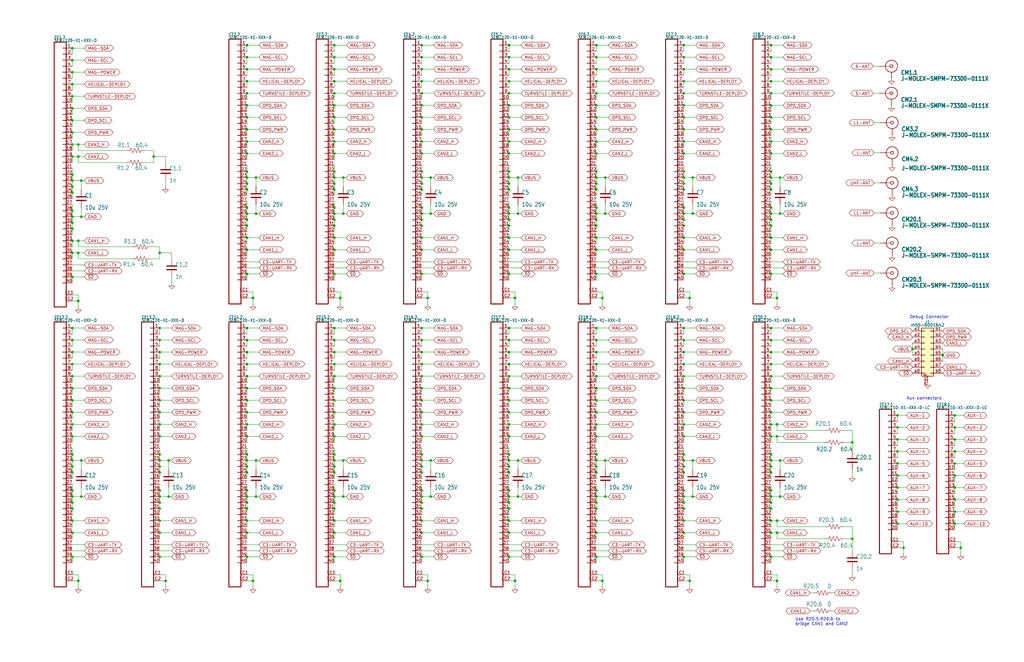
<source format=kicad_sch>
(kicad_sch (version 20230121) (generator eeschema)
  (paper "USLedger")
  (junction (at 384.81 147.32))
  (junction (at 288.29 148.59))
  (junction (at 140.97 100.33))
  (junction (at 177.8 100.33))
  (junction (at 177.8 184.15))
  (junction (at 214.63 179.07))
  (junction (at 378.46 185.42))
  (junction (at 140.97 168.91))
  (junction (at 140.97 87.63))
  (junction (at 30.48 148.59))
  (junction (at 251.46 224.79))
  (junction (at 177.8 179.07))
  (junction (at 325.12 64.77))
  (junction (at 359.41 186.69))
  (junction (at 177.8 24.13))
  (junction (at 104.14 115.57))
  (junction (at 67.31 199.39))
  (junction (at 177.8 212.09))
  (junction (at 325.12 90.17))
  (junction (at 251.46 209.55))
  (junction (at 140.97 173.99))
  (junction (at 251.46 72.39))
  (junction (at 288.29 168.91))
  (junction (at 30.48 173.99))
  (junction (at 288.29 191.77))
  (junction (at 325.12 54.61))
  (junction (at 177.8 34.29))
  (junction (at 402.59 195.58))
  (junction (at 177.8 138.43))
  (junction (at 30.48 73.66))
  (junction (at 30.48 199.39))
  (junction (at 288.29 163.83))
  (junction (at 325.12 191.77))
  (junction (at 327.66 179.07))
  (junction (at 251.46 163.83))
  (junction (at 251.46 59.69))
  (junction (at 325.12 19.05))
  (junction (at 325.12 184.15))
  (junction (at 30.48 88.9))
  (junction (at 177.8 148.59))
  (junction (at 30.48 106.68))
  (junction (at 30.48 138.43))
  (junction (at 251.46 173.99))
  (junction (at 288.29 59.69))
  (junction (at 214.63 143.51))
  (junction (at 325.12 87.63))
  (junction (at 104.14 87.63))
  (junction (at 328.93 74.93))
  (junction (at 254 125.73))
  (junction (at 214.63 74.93))
  (junction (at 288.29 49.53))
  (junction (at 251.46 158.75))
  (junction (at 288.29 212.09))
  (junction (at 67.31 191.77))
  (junction (at 69.85 245.11))
  (junction (at 325.12 138.43))
  (junction (at 378.46 205.74))
  (junction (at 30.48 196.85))
  (junction (at 327.66 184.15))
  (junction (at 251.46 29.21))
  (junction (at 251.46 92.71))
  (junction (at 177.8 77.47))
  (junction (at 214.63 194.31))
  (junction (at 214.63 87.63))
  (junction (at 251.46 34.29))
  (junction (at 292.1 74.93))
  (junction (at 288.29 219.71))
  (junction (at 67.31 179.07))
  (junction (at 30.48 96.52))
  (junction (at 30.48 179.07))
  (junction (at 378.46 200.66))
  (junction (at 214.63 24.13))
  (junction (at 214.63 100.33))
  (junction (at 218.44 209.55))
  (junction (at 328.93 194.31))
  (junction (at 325.12 80.01))
  (junction (at 140.97 191.77))
  (junction (at 140.97 234.95))
  (junction (at 325.12 219.71))
  (junction (at 140.97 219.71))
  (junction (at 33.02 60.96))
  (junction (at 143.51 125.73))
  (junction (at 67.31 207.01))
  (junction (at 325.12 234.95))
  (junction (at 218.44 74.93))
  (junction (at 214.63 44.45))
  (junction (at 144.78 209.55))
  (junction (at 402.59 205.74))
  (junction (at 325.12 115.57))
  (junction (at 325.12 173.99))
  (junction (at 177.8 158.75))
  (junction (at 214.63 105.41))
  (junction (at 251.46 143.51))
  (junction (at 140.97 54.61))
  (junction (at 251.46 19.05))
  (junction (at 381 231.14))
  (junction (at 67.31 143.51))
  (junction (at 177.8 72.39))
  (junction (at 288.29 44.45))
  (junction (at 177.8 19.05))
  (junction (at 177.8 199.39))
  (junction (at 251.46 80.01))
  (junction (at 251.46 64.77))
  (junction (at 107.95 90.17))
  (junction (at 30.48 25.4))
  (junction (at 140.97 90.17))
  (junction (at 325.12 179.07))
  (junction (at 251.46 90.17))
  (junction (at 325.12 105.41))
  (junction (at 255.27 194.31))
  (junction (at 30.48 60.96))
  (junction (at 214.63 59.69))
  (junction (at 325.12 194.31))
  (junction (at 104.14 29.21))
  (junction (at 217.17 125.73))
  (junction (at 251.46 219.71))
  (junction (at 67.31 173.99))
  (junction (at 290.83 245.11))
  (junction (at 180.34 125.73))
  (junction (at 177.8 49.53))
  (junction (at 251.46 77.47))
  (junction (at 325.12 49.53))
  (junction (at 177.8 95.25))
  (junction (at 177.8 74.93))
  (junction (at 251.46 214.63))
  (junction (at 30.48 45.72))
  (junction (at 140.97 179.07))
  (junction (at 218.44 194.31))
  (junction (at 325.12 29.21))
  (junction (at 288.29 138.43))
  (junction (at 143.51 245.11))
  (junction (at 214.63 34.29))
  (junction (at 104.14 153.67))
  (junction (at 104.14 49.53))
  (junction (at 288.29 209.55))
  (junction (at 104.14 163.83))
  (junction (at 177.8 54.61))
  (junction (at 214.63 184.15))
  (junction (at 30.48 143.51))
  (junction (at 325.12 209.55))
  (junction (at 140.97 224.79))
  (junction (at 214.63 234.95))
  (junction (at 288.29 196.85))
  (junction (at 327.66 219.71))
  (junction (at 251.46 207.01))
  (junction (at 214.63 191.77))
  (junction (at 30.48 158.75))
  (junction (at 325.12 207.01))
  (junction (at 30.48 55.88))
  (junction (at 214.63 199.39))
  (junction (at 251.46 24.13))
  (junction (at 30.48 81.28))
  (junction (at 255.27 209.55))
  (junction (at 214.63 153.67))
  (junction (at 177.8 59.69))
  (junction (at 214.63 212.09))
  (junction (at 214.63 54.61))
  (junction (at 325.12 168.91))
  (junction (at 140.97 29.21))
  (junction (at 181.61 209.55))
  (junction (at 104.14 191.77))
  (junction (at 67.31 168.91))
  (junction (at 402.59 185.42))
  (junction (at 104.14 90.17))
  (junction (at 67.31 153.67))
  (junction (at 140.97 44.45))
  (junction (at 288.29 74.93))
  (junction (at 140.97 207.01))
  (junction (at 251.46 168.91))
  (junction (at 402.59 175.26))
  (junction (at 140.97 105.41))
  (junction (at 140.97 39.37))
  (junction (at 214.63 173.99))
  (junction (at 104.14 92.71))
  (junction (at 214.63 224.79))
  (junction (at 402.59 215.9))
  (junction (at 104.14 77.47))
  (junction (at 325.12 212.09))
  (junction (at 325.12 158.75))
  (junction (at 255.27 74.93))
  (junction (at 104.14 80.01))
  (junction (at 67.31 212.09))
  (junction (at 140.97 80.01))
  (junction (at 251.46 49.53))
  (junction (at 30.48 40.64))
  (junction (at 217.17 245.11))
  (junction (at 67.31 196.85))
  (junction (at 104.14 207.01))
  (junction (at 144.78 74.93))
  (junction (at 288.29 184.15))
  (junction (at 177.8 196.85))
  (junction (at 214.63 64.77))
  (junction (at 288.29 29.21))
  (junction (at 67.31 234.95))
  (junction (at 328.93 90.17))
  (junction (at 255.27 90.17))
  (junction (at 325.12 153.67))
  (junction (at 107.95 74.93))
  (junction (at 288.29 224.79))
  (junction (at 325.12 214.63))
  (junction (at 104.14 72.39))
  (junction (at 177.8 115.57))
  (junction (at 288.29 100.33))
  (junction (at 104.14 173.99))
  (junction (at 67.31 224.79))
  (junction (at 30.48 50.8))
  (junction (at 104.14 44.45))
  (junction (at 402.59 210.82))
  (junction (at 325.12 143.51))
  (junction (at 30.48 209.55))
  (junction (at 288.29 39.37))
  (junction (at 251.46 87.63))
  (junction (at 104.14 168.91))
  (junction (at 214.63 138.43))
  (junction (at 30.48 191.77))
  (junction (at 288.29 19.05))
  (junction (at 33.02 66.04))
  (junction (at 327.66 125.73))
  (junction (at 325.12 39.37))
  (junction (at 288.29 207.01))
  (junction (at 378.46 195.58))
  (junction (at 30.48 194.31))
  (junction (at 218.44 90.17))
  (junction (at 251.46 196.85))
  (junction (at 67.31 184.15))
  (junction (at 67.31 214.63))
  (junction (at 288.29 72.39))
  (junction (at 104.14 209.55))
  (junction (at 214.63 207.01))
  (junction (at 104.14 199.39))
  (junction (at 214.63 72.39))
  (junction (at 30.48 93.98))
  (junction (at 254 245.11))
  (junction (at 140.97 49.53))
  (junction (at 104.14 95.25))
  (junction (at 104.14 214.63))
  (junction (at 67.31 138.43))
  (junction (at 325.12 72.39))
  (junction (at 30.48 219.71))
  (junction (at 104.14 59.69))
  (junction (at 288.29 92.71))
  (junction (at 251.46 191.77))
  (junction (at 67.31 194.31))
  (junction (at 325.12 199.39))
  (junction (at 181.61 90.17))
  (junction (at 177.8 219.71))
  (junction (at 288.29 64.77))
  (junction (at 402.59 200.66))
  (junction (at 140.97 138.43))
  (junction (at 30.48 212.09))
  (junction (at 107.95 194.31))
  (junction (at 104.14 74.93))
  (junction (at 251.46 184.15))
  (junction (at 251.46 153.67))
  (junction (at 251.46 194.31))
  (junction (at 288.29 54.61))
  (junction (at 34.29 91.44))
  (junction (at 34.29 209.55))
  (junction (at 288.29 234.95))
  (junction (at 214.63 148.59))
  (junction (at 288.29 199.39))
  (junction (at 378.46 180.34))
  (junction (at 104.14 54.61))
  (junction (at 30.48 66.04))
  (junction (at 30.48 153.67))
  (junction (at 140.97 92.71))
  (junction (at 140.97 34.29))
  (junction (at 177.8 163.83))
  (junction (at 30.48 234.95))
  (junction (at 67.31 163.83))
  (junction (at 33.02 101.6))
  (junction (at 144.78 194.31))
  (junction (at 251.46 100.33))
  (junction (at 177.8 207.01))
  (junction (at 292.1 194.31))
  (junction (at 177.8 29.21))
  (junction (at 104.14 138.43))
  (junction (at 288.29 214.63))
  (junction (at 104.14 212.09))
  (junction (at 140.97 196.85))
  (junction (at 104.14 158.75))
  (junction (at 378.46 190.5))
  (junction (at 30.48 168.91))
  (junction (at 71.12 194.31))
  (junction (at 140.97 143.51))
  (junction (at 140.97 148.59))
  (junction (at 30.48 91.44))
  (junction (at 288.29 80.01))
  (junction (at 402.59 220.98))
  (junction (at 251.46 95.25))
  (junction (at 140.97 163.83))
  (junction (at 104.14 39.37))
  (junction (at 67.31 209.55))
  (junction (at 292.1 90.17))
  (junction (at 292.1 209.55))
  (junction (at 214.63 158.75))
  (junction (at 104.14 184.15))
  (junction (at 177.8 87.63))
  (junction (at 140.97 212.09))
  (junction (at 140.97 64.77))
  (junction (at 33.02 127))
  (junction (at 288.29 143.51))
  (junction (at 33.02 245.11))
  (junction (at 177.8 168.91))
  (junction (at 30.48 214.63))
  (junction (at 251.46 138.43))
  (junction (at 288.29 194.31))
  (junction (at 140.97 74.93))
  (junction (at 402.59 180.34))
  (junction (at 104.14 196.85))
  (junction (at 140.97 153.67))
  (junction (at 288.29 158.75))
  (junction (at 325.12 224.79))
  (junction (at 288.29 87.63))
  (junction (at 30.48 207.01))
  (junction (at 140.97 115.57))
  (junction (at 140.97 184.15))
  (junction (at 30.48 184.15))
  (junction (at 177.8 44.45))
  (junction (at 30.48 78.74))
  (junction (at 177.8 143.51))
  (junction (at 325.12 34.29))
  (junction (at 325.12 74.93))
  (junction (at 288.29 179.07))
  (junction (at 325.12 196.85))
  (junction (at 214.63 49.53))
  (junction (at 67.31 106.68))
  (junction (at 288.29 34.29))
  (junction (at 214.63 19.05))
  (junction (at 251.46 115.57))
  (junction (at 251.46 148.59))
  (junction (at 104.14 234.95))
  (junction (at 177.8 234.95))
  (junction (at 214.63 168.91))
  (junction (at 104.14 105.41))
  (junction (at 177.8 173.99))
  (junction (at 34.29 194.31))
  (junction (at 104.14 143.51))
  (junction (at 140.97 19.05))
  (junction (at 325.12 24.13))
  (junction (at 378.46 210.82))
  (junction (at 378.46 220.98))
  (junction (at 325.12 100.33))
  (junction (at 104.14 179.07))
  (junction (at 104.14 24.13))
  (junction (at 67.31 158.75))
  (junction (at 104.14 100.33))
  (junction (at 67.31 148.59))
  (junction (at 251.46 212.09))
  (junction (at 325.12 95.25))
  (junction (at 325.12 92.71))
  (junction (at 104.14 224.79))
  (junction (at 405.13 231.14))
  (junction (at 214.63 209.55))
  (junction (at 177.8 153.67))
  (junction (at 290.83 125.73))
  (junction (at 214.63 196.85))
  (junction (at 140.97 24.13))
  (junction (at 325.12 148.59))
  (junction (at 251.46 199.39))
  (junction (at 288.29 115.57))
  (junction (at 177.8 90.17))
  (junction (at 104.14 194.31))
  (junction (at 214.63 90.17))
  (junction (at 214.63 214.63))
  (junction (at 327.66 224.79))
  (junction (at 140.97 95.25))
  (junction (at 325.12 59.69))
  (junction (at 140.97 194.31))
  (junction (at 359.41 227.33))
  (junction (at 64.77 66.04))
  (junction (at 214.63 115.57))
  (junction (at 177.8 209.55))
  (junction (at 325.12 77.47))
  (junction (at 177.8 224.79))
  (junction (at 288.29 105.41))
  (junction (at 140.97 158.75))
  (junction (at 378.46 175.26))
  (junction (at 30.48 35.56))
  (junction (at 30.48 116.84))
  (junction (at 214.63 77.47))
  (junction (at 288.29 77.47))
  (junction (at 140.97 209.55))
  (junction (at 251.46 105.41))
  (junction (at 140.97 72.39))
  (junction (at 181.61 74.93))
  (junction (at 67.31 219.71))
  (junction (at 251.46 74.93))
  (junction (at 104.14 34.29))
  (junction (at 214.63 92.71))
  (junction (at 106.68 245.11))
  (junction (at 104.14 64.77))
  (junction (at 288.29 24.13))
  (junction (at 214.63 163.83))
  (junction (at 177.8 92.71))
  (junction (at 104.14 148.59))
  (junction (at 251.46 39.37))
  (junction (at 33.02 106.68))
  (junction (at 140.97 214.63))
  (junction (at 402.59 190.5))
  (junction (at 214.63 29.21))
  (junction (at 30.48 101.6))
  (junction (at 71.12 209.55))
  (junction (at 378.46 215.9))
  (junction (at 288.29 153.67))
  (junction (at 30.48 30.48))
  (junction (at 180.34 245.11))
  (junction (at 30.48 163.83))
  (junction (at 177.8 194.31))
  (junction (at 30.48 76.2))
  (junction (at 288.29 173.99))
  (junction (at 214.63 219.71))
  (junction (at 214.63 80.01))
  (junction (at 397.51 149.86))
  (junction (at 328.93 209.55))
  (junction (at 177.8 64.77))
  (junction (at 214.63 95.25))
  (junction (at 327.66 245.11))
  (junction (at 251.46 44.45))
  (junction (at 30.48 224.79))
  (junction (at 288.29 95.25))
  (junction (at 140.97 77.47))
  (junction (at 140.97 59.69))
  (junction (at 144.78 90.17))
  (junction (at 106.68 125.73))
  (junction (at 177.8 39.37))
  (junction (at 214.63 39.37))
  (junction (at 30.48 20.32))
  (junction (at 325.12 163.83))
  (junction (at 251.46 54.61))
  (junction (at 107.95 209.55))
  (junction (at 325.12 44.45))
  (junction (at 251.46 179.07))
  (junction (at 140.97 199.39))
  (junction (at 177.8 191.77))
  (junction (at 177.8 105.41))
  (junction (at 181.61 194.31))
  (junction (at 288.29 90.17))
  (junction (at 34.29 76.2))
  (junction (at 104.14 19.05))
  (junction (at 104.14 219.71))
  (junction (at 251.46 234.95))
  (junction (at 177.8 214.63))
  (junction (at 177.8 80.01))
  (wire (pts (xy 140.97 72.39) (xy 140.97 74.93)))
  (wire (pts (xy 251.46 113.03) (xy 256.54 113.03)))
  (wire (pts (xy 104.14 158.75) (xy 104.14 161.29)))
  (wire (pts (xy 256.54 194.31) (xy 255.27 194.31)))
  (wire (pts (xy 325.12 74.93) (xy 325.12 77.47)))
  (wire (pts (xy 214.63 234.95) (xy 214.63 237.49)))
  (wire (pts (xy 350.52 250.19) (xy 351.79 250.19)))
  (wire (pts (xy 30.48 143.51) (xy 30.48 146.05)))
  (wire (pts (xy 251.46 34.29) (xy 251.46 36.83)))
  (wire (pts (xy 288.29 204.47) (xy 288.29 207.01)))
  (wire (pts (xy 402.59 200.66) (xy 406.4 200.66)))
  (wire (pts (xy 35.56 163.83) (xy 30.48 163.83)))
  (wire (pts (xy 325.12 80.01) (xy 325.12 82.55)))
  (wire (pts (xy 325.12 245.11) (xy 327.66 245.11)))
  (wire (pts (xy 397.51 147.32) (xy 397.51 149.86)))
  (wire (pts (xy 107.95 74.93) (xy 104.14 74.93)))
  (wire (pts (xy 325.12 115.57) (xy 325.12 118.11)))
  (wire (pts (xy 325.12 163.83) (xy 325.12 166.37)))
  (wire (pts (xy 219.71 39.37) (xy 214.63 39.37)))
  (wire (pts (xy 30.48 219.71) (xy 30.48 222.25)))
  (wire (pts (xy 181.61 90.17) (xy 177.8 90.17)))
  (wire (pts (xy 104.14 59.69) (xy 104.14 62.23)))
  (wire (pts (xy 330.2 194.31) (xy 328.93 194.31)))
  (wire (pts (xy 140.97 148.59) (xy 146.05 148.59)))
  (wire (pts (xy 214.63 49.53) (xy 214.63 52.07)))
  (wire (pts (xy 288.29 64.77) (xy 288.29 67.31)))
  (wire (pts (xy 106.68 125.73) (xy 106.68 128.27)))
  (wire (pts (xy 378.46 195.58) (xy 378.46 198.12)))
  (wire (pts (xy 288.29 191.77) (xy 288.29 194.31)))
  (wire (pts (xy 104.14 80.01) (xy 104.14 82.55)))
  (wire (pts (xy 140.97 168.91) (xy 140.97 171.45)))
  (wire (pts (xy 104.14 143.51) (xy 104.14 146.05)))
  (wire (pts (xy 109.22 110.49) (xy 104.14 110.49)))
  (wire (pts (xy 325.12 54.61) (xy 325.12 57.15)))
  (wire (pts (xy 256.54 90.17) (xy 255.27 90.17)))
  (wire (pts (xy 256.54 168.91) (xy 251.46 168.91)))
  (wire (pts (xy 325.12 158.75) (xy 325.12 161.29)))
  (wire (pts (xy 67.31 158.75) (xy 67.31 161.29)))
  (wire (pts (xy 214.63 125.73) (xy 217.17 125.73)))
  (wire (pts (xy 292.1 194.31) (xy 292.1 198.12)))
  (wire (pts (xy 35.56 101.6) (xy 33.02 101.6)))
  (wire (pts (xy 251.46 153.67) (xy 251.46 156.21)))
  (wire (pts (xy 72.39 109.22) (xy 72.39 106.68)))
  (wire (pts (xy 104.14 173.99) (xy 104.14 176.53)))
  (wire (pts (xy 327.66 227.33) (xy 347.98 227.33)))
  (wire (pts (xy 251.46 77.47) (xy 251.46 80.01)))
  (wire (pts (xy 288.29 214.63) (xy 288.29 217.17)))
  (wire (pts (xy 30.48 81.28) (xy 30.48 83.82)))
  (wire (pts (xy 104.14 143.51) (xy 109.22 143.51)))
  (wire (pts (xy 288.29 90.17) (xy 288.29 92.71)))
  (wire (pts (xy 330.2 90.17) (xy 328.93 90.17)))
  (wire (pts (xy 255.27 90.17) (xy 251.46 90.17)))
  (wire (pts (xy 140.97 163.83) (xy 140.97 166.37)))
  (wire (pts (xy 104.14 179.07) (xy 104.14 181.61)))
  (wire (pts (xy 109.22 173.99) (xy 104.14 173.99)))
  (wire (pts (xy 104.14 113.03) (xy 109.22 113.03)))
  (wire (pts (xy 143.51 242.57) (xy 143.51 245.11)))
  (wire (pts (xy 35.56 45.72) (xy 30.48 45.72)))
  (wire (pts (xy 146.05 194.31) (xy 144.78 194.31)))
  (wire (pts (xy 214.63 29.21) (xy 214.63 31.75)))
  (wire (pts (xy 256.54 49.53) (xy 251.46 49.53)))
  (wire (pts (xy 214.63 143.51) (xy 214.63 146.05)))
  (wire (pts (xy 327.66 242.57) (xy 327.66 245.11)))
  (wire (pts (xy 251.46 115.57) (xy 251.46 118.11)))
  (wire (pts (xy 325.12 39.37) (xy 325.12 41.91)))
  (wire (pts (xy 217.17 242.57) (xy 217.17 245.11)))
  (wire (pts (xy 256.54 100.33) (xy 251.46 100.33)))
  (wire (pts (xy 140.97 95.25) (xy 140.97 97.79)))
  (wire (pts (xy 180.34 242.57) (xy 180.34 245.11)))
  (wire (pts (xy 177.8 92.71) (xy 177.8 95.25)))
  (wire (pts (xy 214.63 212.09) (xy 214.63 214.63)))
  (wire (pts (xy 30.48 242.57) (xy 33.02 242.57)))
  (wire (pts (xy 214.63 19.05) (xy 219.71 19.05)))
  (wire (pts (xy 288.29 219.71) (xy 288.29 222.25)))
  (wire (pts (xy 251.46 148.59) (xy 256.54 148.59)))
  (wire (pts (xy 109.22 44.45) (xy 104.14 44.45)))
  (wire (pts (xy 33.02 104.14) (xy 55.88 104.14)))
  (wire (pts (xy 146.05 49.53) (xy 140.97 49.53)))
  (wire (pts (xy 109.22 219.71) (xy 104.14 219.71)))
  (wire (pts (xy 251.46 179.07) (xy 251.46 181.61)))
  (wire (pts (xy 67.31 245.11) (xy 69.85 245.11)))
  (wire (pts (xy 288.29 34.29) (xy 288.29 36.83)))
  (wire (pts (xy 64.77 63.5) (xy 64.77 66.04)))
  (wire (pts (xy 140.97 219.71) (xy 140.97 222.25)))
  (wire (pts (xy 104.14 196.85) (xy 104.14 199.39)))
  (wire (pts (xy 177.8 59.69) (xy 177.8 62.23)))
  (wire (pts (xy 30.48 60.96) (xy 30.48 63.5)))
  (wire (pts (xy 293.37 64.77) (xy 288.29 64.77)))
  (wire (pts (xy 30.48 209.55) (xy 30.48 212.09)))
  (wire (pts (xy 107.95 205.74) (xy 107.95 209.55)))
  (wire (pts (xy 109.22 168.91) (xy 104.14 168.91)))
  (wire (pts (xy 402.59 205.74) (xy 402.59 208.28)))
  (wire (pts (xy 288.29 24.13) (xy 288.29 26.67)))
  (wire (pts (xy 140.97 80.01) (xy 140.97 82.55)))
  (wire (pts (xy 177.8 100.33) (xy 177.8 102.87)))
  (wire (pts (xy 256.54 158.75) (xy 251.46 158.75)))
  (wire (pts (xy 72.39 168.91) (xy 67.31 168.91)))
  (wire (pts (xy 104.14 90.17) (xy 104.14 92.71)))
  (wire (pts (xy 146.05 158.75) (xy 140.97 158.75)))
  (wire (pts (xy 288.29 173.99) (xy 288.29 176.53)))
  (wire (pts (xy 402.59 220.98) (xy 406.4 220.98)))
  (wire (pts (xy 288.29 115.57) (xy 288.29 118.11)))
  (wire (pts (xy 140.97 64.77) (xy 140.97 67.31)))
  (wire (pts (xy 177.8 59.69) (xy 182.88 59.69)))
  (wire (pts (xy 330.2 105.41) (xy 325.12 105.41)))
  (wire (pts (xy 292.1 74.93) (xy 288.29 74.93)))
  (wire (pts (xy 219.71 105.41) (xy 214.63 105.41)))
  (wire (pts (xy 177.8 69.85) (xy 177.8 72.39)))
  (wire (pts (xy 325.12 153.67) (xy 325.12 156.21)))
  (wire (pts (xy 384.81 144.78) (xy 384.81 147.32)))
  (wire (pts (xy 182.88 64.77) (xy 177.8 64.77)))
  (wire (pts (xy 146.05 100.33) (xy 140.97 100.33)))
  (wire (pts (xy 359.41 198.12) (xy 359.41 200.66)))
  (wire (pts (xy 182.88 105.41) (xy 177.8 105.41)))
  (wire (pts (xy 330.2 115.57) (xy 325.12 115.57)))
  (wire (pts (xy 251.46 245.11) (xy 254 245.11)))
  (wire (pts (xy 72.39 209.55) (xy 71.12 209.55)))
  (wire (pts (xy 293.37 54.61) (xy 288.29 54.61)))
  (wire (pts (xy 104.14 123.19) (xy 106.68 123.19)))
  (wire (pts (xy 67.31 179.07) (xy 72.39 179.07)))
  (wire (pts (xy 104.14 153.67) (xy 109.22 153.67)))
  (wire (pts (xy 293.37 234.95) (xy 288.29 234.95)))
  (wire (pts (xy 109.22 229.87) (xy 104.14 229.87)))
  (wire (pts (xy 214.63 219.71) (xy 214.63 222.25)))
  (wire (pts (xy 107.95 86.36) (xy 107.95 90.17)))
  (wire (pts (xy 325.12 85.09) (xy 325.12 87.63)))
  (wire (pts (xy 288.29 59.69) (xy 293.37 59.69)))
  (wire (pts (xy 288.29 189.23) (xy 288.29 191.77)))
  (wire (pts (xy 177.8 191.77) (xy 177.8 194.31)))
  (wire (pts (xy 177.8 214.63) (xy 177.8 217.17)))
  (wire (pts (xy 381 233.68) (xy 381 231.14)))
  (wire (pts (xy 288.29 80.01) (xy 288.29 82.55)))
  (wire (pts (xy 140.97 184.15) (xy 140.97 186.69)))
  (wire (pts (xy 214.63 242.57) (xy 217.17 242.57)))
  (wire (pts (xy 67.31 138.43) (xy 72.39 138.43)))
  (wire (pts (xy 109.22 64.77) (xy 104.14 64.77)))
  (wire (pts (xy 104.14 163.83) (xy 104.14 166.37)))
  (wire (pts (xy 325.12 24.13) (xy 330.2 24.13)))
  (wire (pts (xy 290.83 125.73) (xy 290.83 128.27)))
  (wire (pts (xy 325.12 242.57) (xy 327.66 242.57)))
  (wire (pts (xy 402.59 190.5) (xy 402.59 193.04)))
  (wire (pts (xy 355.6 186.69) (xy 359.41 186.69)))
  (wire (pts (xy 327.66 222.25) (xy 347.98 222.25)))
  (wire (pts (xy 109.22 74.93) (xy 107.95 74.93)))
  (wire (pts (xy 177.8 24.13) (xy 177.8 26.67)))
  (wire (pts (xy 146.05 90.17) (xy 144.78 90.17)))
  (wire (pts (xy 251.46 87.63) (xy 251.46 90.17)))
  (wire (pts (xy 288.29 92.71) (xy 288.29 95.25)))
  (wire (pts (xy 288.29 194.31) (xy 288.29 196.85)))
  (wire (pts (xy 30.48 30.48) (xy 35.56 30.48)))
  (wire (pts (xy 288.29 34.29) (xy 293.37 34.29)))
  (wire (pts (xy 288.29 138.43) (xy 293.37 138.43)))
  (wire (pts (xy 177.8 54.61) (xy 177.8 57.15)))
  (wire (pts (xy 30.48 40.64) (xy 30.48 43.18)))
  (wire (pts (xy 67.31 207.01) (xy 67.31 209.55)))
  (wire (pts (xy 402.59 180.34) (xy 406.4 180.34)))
  (wire (pts (xy 325.12 148.59) (xy 325.12 151.13)))
  (wire (pts (xy 251.46 138.43) (xy 256.54 138.43)))
  (wire (pts (xy 293.37 110.49) (xy 288.29 110.49)))
  (wire (pts (xy 104.14 125.73) (xy 106.68 125.73)))
  (wire (pts (xy 104.14 72.39) (xy 104.14 74.93)))
  (wire (pts (xy 288.29 212.09) (xy 288.29 214.63)))
  (wire (pts (xy 67.31 209.55) (xy 67.31 212.09)))
  (wire (pts (xy 104.14 204.47) (xy 104.14 207.01)))
  (wire (pts (xy 67.31 194.31) (xy 67.31 196.85)))
  (wire (pts (xy 182.88 163.83) (xy 177.8 163.83)))
  (wire (pts (xy 325.12 125.73) (xy 327.66 125.73)))
  (wire (pts (xy 30.48 173.99) (xy 30.48 176.53)))
  (wire (pts (xy 219.71 44.45) (xy 214.63 44.45)))
  (wire (pts (xy 219.71 234.95) (xy 214.63 234.95)))
  (wire (pts (xy 288.29 59.69) (xy 288.29 62.23)))
  (wire (pts (xy 67.31 106.68) (xy 67.31 109.22)))
  (wire (pts (xy 63.5 104.14) (xy 67.31 104.14)))
  (wire (pts (xy 146.05 115.57) (xy 140.97 115.57)))
  (wire (pts (xy 402.59 215.9) (xy 402.59 218.44)))
  (wire (pts (xy 214.63 105.41) (xy 214.63 107.95)))
  (wire (pts (xy 30.48 232.41) (xy 35.56 232.41)))
  (wire (pts (xy 140.97 125.73) (xy 143.51 125.73)))
  (wire (pts (xy 30.48 116.84) (xy 30.48 119.38)))
  (wire (pts (xy 34.29 91.44) (xy 30.48 91.44)))
  (wire (pts (xy 350.52 257.81) (xy 351.79 257.81)))
  (wire (pts (xy 72.39 224.79) (xy 67.31 224.79)))
  (wire (pts (xy 325.12 77.47) (xy 325.12 80.01)))
  (wire (pts (xy 30.48 204.47) (xy 30.48 207.01)))
  (wire (pts (xy 293.37 100.33) (xy 288.29 100.33)))
  (wire (pts (xy 72.39 163.83) (xy 67.31 163.83)))
  (wire (pts (xy 251.46 34.29) (xy 256.54 34.29)))
  (wire (pts (xy 180.34 123.19) (xy 180.34 125.73)))
  (wire (pts (xy 30.48 20.32) (xy 30.48 22.86)))
  (wire (pts (xy 104.14 49.53) (xy 104.14 52.07)))
  (wire (pts (xy 325.12 123.19) (xy 327.66 123.19)))
  (wire (pts (xy 327.66 179.07) (xy 327.66 181.61)))
  (wire (pts (xy 327.66 123.19) (xy 327.66 125.73)))
  (wire (pts (xy 288.29 179.07) (xy 288.29 181.61)))
  (wire (pts (xy 251.46 224.79) (xy 251.46 227.33)))
  (wire (pts (xy 328.93 209.55) (xy 325.12 209.55)))
  (wire (pts (xy 288.29 143.51) (xy 293.37 143.51)))
  (wire (pts (xy 288.29 72.39) (xy 288.29 74.93)))
  (wire (pts (xy 109.22 39.37) (xy 104.14 39.37)))
  (wire (pts (xy 107.95 74.93) (xy 107.95 78.74)))
  (wire (pts (xy 325.12 59.69) (xy 325.12 62.23)))
  (wire (pts (xy 251.46 123.19) (xy 254 123.19)))
  (wire (pts (xy 288.29 232.41) (xy 293.37 232.41)))
  (wire (pts (xy 30.48 35.56) (xy 30.48 38.1)))
  (wire (pts (xy 72.39 234.95) (xy 67.31 234.95)))
  (wire (pts (xy 325.12 173.99) (xy 325.12 176.53)))
  (wire (pts (xy 219.71 115.57) (xy 214.63 115.57)))
  (wire (pts (xy 30.48 138.43) (xy 35.56 138.43)))
  (wire (pts (xy 325.12 87.63) (xy 325.12 90.17)))
  (wire (pts (xy 214.63 64.77) (xy 214.63 67.31)))
  (wire (pts (xy 325.12 113.03) (xy 330.2 113.03)))
  (wire (pts (xy 104.14 168.91) (xy 104.14 171.45)))
  (wire (pts (xy 214.63 113.03) (xy 219.71 113.03)))
  (wire (pts (xy 146.05 173.99) (xy 140.97 173.99)))
  (wire (pts (xy 214.63 179.07) (xy 219.71 179.07)))
  (wire (pts (xy 251.46 54.61) (xy 251.46 57.15)))
  (wire (pts (xy 327.66 219.71) (xy 325.12 219.71)))
  (wire (pts (xy 251.46 44.45) (xy 251.46 46.99)))
  (wire (pts (xy 214.63 148.59) (xy 219.71 148.59)))
  (wire (pts (xy 182.88 49.53) (xy 177.8 49.53)))
  (wire (pts (xy 140.97 29.21) (xy 140.97 31.75)))
  (wire (pts (xy 177.8 74.93) (xy 177.8 77.47)))
  (wire (pts (xy 293.37 158.75) (xy 288.29 158.75)))
  (wire (pts (xy 30.48 86.36) (xy 30.48 88.9)))
  (wire (pts (xy 378.46 195.58) (xy 382.27 195.58)))
  (wire (pts (xy 143.51 125.73) (xy 143.51 128.27)))
  (wire (pts (xy 182.88 194.31) (xy 181.61 194.31)))
  (wire (pts (xy 371.1216 51.7476) (xy 368.5816 51.7476)))
  (wire (pts (xy 371.1216 77.1476) (xy 368.5816 77.1476)))
  (wire (pts (xy 177.8 90.17) (xy 177.8 92.71)))
  (wire (pts (xy 214.63 19.05) (xy 214.63 21.59)))
  (wire (pts (xy 288.29 209.55) (xy 288.29 212.09)))
  (wire (pts (xy 214.63 80.01) (xy 214.63 82.55)))
  (wire (pts (xy 325.12 212.09) (xy 325.12 214.63)))
  (wire (pts (xy 251.46 95.25) (xy 251.46 97.79)))
  (wire (pts (xy 251.46 214.63) (xy 251.46 217.17)))
  (wire (pts (xy 64.77 66.04) (xy 64.77 68.58)))
  (wire (pts (xy 35.56 234.95) (xy 30.48 234.95)))
  (wire (pts (xy 218.44 194.31) (xy 218.44 198.12)))
  (wire (pts (xy 177.8 196.85) (xy 177.8 199.39)))
  (wire (pts (xy 30.48 101.6) (xy 30.48 104.14)))
  (wire (pts (xy 35.56 106.68) (xy 33.02 106.68)))
  (wire (pts (xy 106.68 123.19) (xy 106.68 125.73)))
  (wire (pts (xy 293.37 105.41) (xy 288.29 105.41)))
  (wire (pts (xy 182.88 158.75) (xy 177.8 158.75)))
  (wire (pts (xy 180.34 245.11) (xy 180.34 247.65)))
  (wire (pts (xy 146.05 184.15) (xy 140.97 184.15)))
  (wire (pts (xy 182.88 224.79) (xy 177.8 224.79)))
  (wire (pts (xy 251.46 92.71) (xy 251.46 95.25)))
  (wire (pts (xy 288.29 54.61) (xy 288.29 57.15)))
  (wire (pts (xy 140.97 143.51) (xy 146.05 143.51)))
  (wire (pts (xy 251.46 105.41) (xy 251.46 107.95)))
  (wire (pts (xy 251.46 191.77) (xy 251.46 194.31)))
  (wire (pts (xy 288.29 29.21) (xy 293.37 29.21)))
  (wire (pts (xy 325.12 232.41) (xy 330.2 232.41)))
  (wire (pts (xy 67.31 148.59) (xy 72.39 148.59)))
  (wire (pts (xy 67.31 104.14) (xy 67.31 106.68)))
  (wire (pts (xy 69.85 242.57) (xy 69.85 245.11)))
  (wire (pts (xy 293.37 224.79) (xy 288.29 224.79)))
  (wire (pts (xy 104.14 224.79) (xy 104.14 227.33)))
  (wire (pts (xy 288.29 44.45) (xy 288.29 46.99)))
  (wire (pts (xy 140.97 242.57) (xy 143.51 242.57)))
  (wire (pts (xy 104.14 69.85) (xy 104.14 72.39)))
  (wire (pts (xy 34.29 205.74) (xy 34.29 209.55)))
  (wire (pts (xy 355.6 222.25) (xy 359.41 222.25)))
  (wire (pts (xy 251.46 143.51) (xy 256.54 143.51)))
  (wire (pts (xy 378.46 175.26) (xy 378.46 177.8)))
  (wire (pts (xy 30.48 148.59) (xy 35.56 148.59)))
  (wire (pts (xy 140.97 92.71) (xy 140.97 95.25)))
  (wire (pts (xy 34.29 209.55) (xy 30.48 209.55)))
  (wire (pts (xy 104.14 29.21) (xy 109.22 29.21)))
  (wire (pts (xy 288.29 153.67) (xy 288.29 156.21)))
  (wire (pts (xy 146.05 168.91) (xy 140.97 168.91)))
  (wire (pts (xy 177.8 105.41) (xy 177.8 107.95)))
  (wire (pts (xy 140.97 158.75) (xy 140.97 161.29)))
  (wire (pts (xy 35.56 224.79) (xy 30.48 224.79)))
  (wire (pts (xy 256.54 115.57) (xy 251.46 115.57)))
  (wire (pts (xy 104.14 100.33) (xy 104.14 102.87)))
  (wire (pts (xy 288.29 24.13) (xy 293.37 24.13)))
  (wire (pts (xy 402.59 195.58) (xy 406.4 195.58)))
  (wire (pts (xy 288.29 184.15) (xy 288.29 186.69)))
  (wire (pts (xy 256.54 54.61) (xy 251.46 54.61)))
  (wire (pts (xy 288.29 143.51) (xy 288.29 146.05)))
  (wire (pts (xy 288.29 138.43) (xy 288.29 140.97)))
  (wire (pts (xy 293.37 184.15) (xy 288.29 184.15)))
  (wire (pts (xy 219.71 100.33) (xy 214.63 100.33)))
  (wire (pts (xy 214.63 179.07) (xy 214.63 181.61)))
  (wire (pts (xy 325.12 69.85) (xy 325.12 72.39)))
  (wire (pts (xy 104.14 212.09) (xy 104.14 214.63)))
  (wire (pts (xy 251.46 138.43) (xy 251.46 140.97)))
  (wire (pts (xy 325.12 29.21) (xy 330.2 29.21)))
  (wire (pts (xy 146.05 209.55) (xy 144.78 209.55)))
  (wire (pts (xy 177.8 179.07) (xy 177.8 181.61)))
  (wire (pts (xy 341.63 257.81) (xy 342.9 257.81)))
  (wire (pts (xy 143.51 245.11) (xy 143.51 247.65)))
  (wire (pts (xy 217.17 123.19) (xy 217.17 125.73)))
  (wire (pts (xy 341.63 250.19) (xy 342.9 250.19)))
  (wire (pts (xy 330.2 173.99) (xy 325.12 173.99)))
  (wire (pts (xy 330.2 158.75) (xy 325.12 158.75)))
  (wire (pts (xy 104.14 24.13) (xy 104.14 26.67)))
  (wire (pts (xy 378.46 190.5) (xy 382.27 190.5)))
  (wire (pts (xy 67.31 212.09) (xy 67.31 214.63)))
  (wire (pts (xy 378.46 185.42) (xy 378.46 187.96)))
  (wire (pts (xy 177.8 87.63) (xy 177.8 90.17)))
  (wire (pts (xy 140.97 138.43) (xy 140.97 140.97)))
  (wire (pts (xy 402.59 195.58) (xy 402.59 198.12)))
  (wire (pts (xy 60.96 63.5) (xy 64.77 63.5)))
  (wire (pts (xy 177.8 148.59) (xy 177.8 151.13)))
  (wire (pts (xy 219.71 184.15) (xy 214.63 184.15)))
  (wire (pts (xy 140.97 212.09) (xy 140.97 214.63)))
  (wire (pts (xy 214.63 90.17) (xy 214.63 92.71)))
  (wire (pts (xy 325.12 209.55) (xy 325.12 212.09)))
  (wire (pts (xy 140.97 113.03) (xy 146.05 113.03)))
  (wire (pts (xy 34.29 76.2) (xy 34.29 80.01)))
  (wire (pts (xy 71.12 194.31) (xy 67.31 194.31)))
  (wire (pts (xy 325.12 143.51) (xy 330.2 143.51)))
  (wire (pts (xy 104.14 138.43) (xy 104.14 140.97)))
  (wire (pts (xy 140.97 24.13) (xy 146.05 24.13)))
  (wire (pts (xy 325.12 148.59) (xy 330.2 148.59)))
  (wire (pts (xy 30.48 199.39) (xy 30.48 201.93)))
  (wire (pts (xy 293.37 219.71) (xy 288.29 219.71)))
  (wire (pts (xy 33.02 245.11) (xy 33.02 247.65)))
  (wire (pts (xy 288.29 242.57) (xy 290.83 242.57)))
  (wire (pts (xy 214.63 69.85) (xy 214.63 72.39)))
  (wire (pts (xy 214.63 196.85) (xy 214.63 199.39)))
  (wire (pts (xy 214.63 173.99) (xy 214.63 176.53)))
  (wire (pts (xy 214.63 59.69) (xy 214.63 62.23)))
  (wire (pts (xy 146.05 105.41) (xy 140.97 105.41)))
  (wire (pts (xy 140.97 19.05) (xy 146.05 19.05)))
  (wire (pts (xy 30.48 191.77) (xy 30.48 194.31)))
  (wire (pts (xy 104.14 148.59) (xy 109.22 148.59)))
  (wire (pts (xy 256.54 64.77) (xy 251.46 64.77)))
  (wire (pts (xy 104.14 115.57) (xy 104.14 118.11)))
  (wire (pts (xy 325.12 95.25) (xy 325.12 97.79)))
  (wire (pts (xy 219.71 74.93) (xy 218.44 74.93)))
  (wire (pts (xy 140.97 90.17) (xy 140.97 92.71)))
  (wire (pts (xy 67.31 148.59) (xy 67.31 151.13)))
  (wire (pts (xy 256.54 229.87) (xy 251.46 229.87)))
  (wire (pts (xy 214.63 39.37) (xy 214.63 41.91)))
  (wire (pts (xy 109.22 54.61) (xy 104.14 54.61)))
  (wire (pts (xy 251.46 189.23) (xy 251.46 191.77)))
  (wire (pts (xy 290.83 123.19) (xy 290.83 125.73)))
  (wire (pts (xy 325.12 44.45) (xy 325.12 46.99)))
  (wire (pts (xy 140.97 74.93) (xy 140.97 77.47)))
  (wire (pts (xy 293.37 194.31) (xy 292.1 194.31)))
  (wire (pts (xy 251.46 219.71) (xy 251.46 222.25)))
  (wire (pts (xy 288.29 179.07) (xy 293.37 179.07)))
  (wire (pts (xy 69.85 245.11) (xy 69.85 247.65)))
  (wire (pts (xy 330.2 163.83) (xy 325.12 163.83)))
  (wire (pts (xy 104.14 199.39) (xy 104.14 201.93)))
  (wire (pts (xy 144.78 194.31) (xy 140.97 194.31)))
  (wire (pts (xy 109.22 100.33) (xy 104.14 100.33)))
  (wire (pts (xy 330.2 39.37) (xy 325.12 39.37)))
  (wire (pts (xy 140.97 138.43) (xy 146.05 138.43)))
  (wire (pts (xy 214.63 77.47) (xy 214.63 80.01)))
  (wire (pts (xy 30.48 196.85) (xy 30.48 199.39)))
  (wire (pts (xy 177.8 199.39) (xy 177.8 201.93)))
  (wire (pts (xy 109.22 158.75) (xy 104.14 158.75)))
  (wire (pts (xy 140.97 85.09) (xy 140.97 87.63)))
  (wire (pts (xy 72.39 194.31) (xy 71.12 194.31)))
  (wire (pts (xy 35.56 158.75) (xy 30.48 158.75)))
  (wire (pts (xy 219.71 173.99) (xy 214.63 173.99)))
  (wire (pts (xy 177.8 163.83) (xy 177.8 166.37)))
  (wire (pts (xy 177.8 153.67) (xy 182.88 153.67)))
  (wire (pts (xy 251.46 158.75) (xy 251.46 161.29)))
  (wire (pts (xy 251.46 232.41) (xy 256.54 232.41)))
  (wire (pts (xy 67.31 153.67) (xy 67.31 156.21)))
  (wire (pts (xy 214.63 59.69) (xy 219.71 59.69)))
  (wire (pts (xy 219.71 168.91) (xy 214.63 168.91)))
  (wire (pts (xy 177.8 242.57) (xy 180.34 242.57)))
  (wire (pts (xy 67.31 173.99) (xy 67.31 176.53)))
  (wire (pts (xy 288.29 49.53) (xy 288.29 52.07)))
  (wire (pts (xy 325.12 191.77) (xy 325.12 194.31)))
  (wire (pts (xy 30.48 184.15) (xy 30.48 186.69)))
  (wire (pts (xy 256.54 44.45) (xy 251.46 44.45)))
  (wire (pts (xy 402.59 180.34) (xy 402.59 182.88)))
  (wire (pts (xy 72.39 219.71) (xy 67.31 219.71)))
  (wire (pts (xy 381 231.14) (xy 381 228.6)))
  (wire (pts (xy 182.88 219.71) (xy 177.8 219.71)))
  (wire (pts (xy 67.31 163.83) (xy 67.31 166.37)))
  (wire (pts (xy 214.63 148.59) (xy 214.63 151.13)))
  (wire (pts (xy 140.97 24.13) (xy 140.97 26.67)))
  (wire (pts (xy 104.14 34.29) (xy 104.14 36.83)))
  (wire (pts (xy 67.31 204.47) (xy 67.31 207.01)))
  (wire (pts (xy 256.54 163.83) (xy 251.46 163.83)))
  (wire (pts (xy 214.63 100.33) (xy 214.63 102.87)))
  (wire (pts (xy 251.46 72.39) (xy 251.46 74.93)))
  (wire (pts (xy 328.93 194.31) (xy 328.93 198.12)))
  (wire (pts (xy 140.97 209.55) (xy 140.97 212.09)))
  (wire (pts (xy 292.1 90.17) (xy 288.29 90.17)))
  (wire (pts (xy 33.02 106.68) (xy 30.48 106.68)))
  (wire (pts (xy 288.29 85.09) (xy 288.29 87.63)))
  (wire (pts (xy 402.59 210.82) (xy 406.4 210.82)))
  (wire (pts (xy 290.83 242.57) (xy 290.83 245.11)))
  (wire (pts (xy 254 123.19) (xy 254 125.73)))
  (wire (pts (xy 177.8 64.77) (xy 177.8 67.31)))
  (wire (pts (xy 140.97 87.63) (xy 140.97 90.17)))
  (wire (pts (xy 214.63 199.39) (xy 214.63 201.93)))
  (wire (pts (xy 140.97 19.05) (xy 140.97 21.59)))
  (wire (pts (xy 381 231.14) (xy 378.46 231.14)))
  (wire (pts (xy 140.97 194.31) (xy 140.97 196.85)))
  (wire (pts (xy 251.46 148.59) (xy 251.46 151.13)))
  (wire (pts (xy 330.2 184.15) (xy 327.66 184.15)))
  (wire (pts (xy 251.46 209.55) (xy 251.46 212.09)))
  (wire (pts (xy 30.48 55.88) (xy 30.48 58.42)))
  (wire (pts (xy 177.8 138.43) (xy 182.88 138.43)))
  (wire (pts (xy 140.97 148.59) (xy 140.97 151.13)))
  (wire (pts (xy 325.12 204.47) (xy 325.12 207.01)))
  (wire (pts (xy 35.56 76.2) (xy 34.29 76.2)))
  (wire (pts (xy 182.88 74.93) (xy 181.61 74.93)))
  (wire (pts (xy 327.66 125.73) (xy 327.66 128.27)))
  (wire (pts (xy 182.88 54.61) (xy 177.8 54.61)))
  (wire (pts (xy 288.29 207.01) (xy 288.29 209.55)))
  (wire (pts (xy 288.29 19.05) (xy 288.29 21.59)))
  (wire (pts (xy 67.31 143.51) (xy 67.31 146.05)))
  (wire (pts (xy 177.8 219.71) (xy 177.8 222.25)))
  (wire (pts (xy 177.8 125.73) (xy 180.34 125.73)))
  (wire (pts (xy 251.46 125.73) (xy 254 125.73)))
  (wire (pts (xy 288.29 168.91) (xy 288.29 171.45)))
  (wire (pts (xy 214.63 158.75) (xy 214.63 161.29)))
  (wire (pts (xy 293.37 209.55) (xy 292.1 209.55)))
  (wire (pts (xy 104.14 77.47) (xy 104.14 80.01)))
  (wire (pts (xy 355.6 181.61) (xy 359.41 181.61)))
  (wire (pts (xy 328.93 74.93) (xy 325.12 74.93)))
  (wire (pts (xy 177.8 77.47) (xy 177.8 80.01)))
  (wire (pts (xy 214.63 54.61) (xy 214.63 57.15)))
  (wire (pts (xy 292.1 205.74) (xy 292.1 209.55)))
  (wire (pts (xy 30.48 45.72) (xy 30.48 48.26)))
  (wire (pts (xy 177.8 153.67) (xy 177.8 156.21)))
  (wire (pts (xy 144.78 205.74) (xy 144.78 209.55)))
  (wire (pts (xy 177.8 44.45) (xy 177.8 46.99)))
  (wire (pts (xy 34.29 194.31) (xy 30.48 194.31)))
  (wire (pts (xy 104.14 219.71) (xy 104.14 222.25)))
  (wire (pts (xy 325.12 196.85) (xy 325.12 199.39)))
  (wire (pts (xy 256.54 224.79) (xy 251.46 224.79)))
  (wire (pts (xy 177.8 184.15) (xy 177.8 186.69)))
  (wire (pts (xy 327.66 224.79) (xy 325.12 224.79)))
  (wire (pts (xy 330.2 234.95) (xy 325.12 234.95)))
  (wire (pts (xy 140.97 173.99) (xy 140.97 176.53)))
  (wire (pts (xy 71.12 209.55) (xy 67.31 209.55)))
  (wire (pts (xy 177.8 224.79) (xy 177.8 227.33)))
  (wire (pts (xy 63.5 109.22) (xy 67.31 109.22)))
  (wire (pts (xy 378.46 215.9) (xy 382.27 215.9)))
  (wire (pts (xy 325.12 34.29) (xy 325.12 36.83)))
  (wire (pts (xy 140.97 189.23) (xy 140.97 191.77)))
  (wire (pts (xy 214.63 29.21) (xy 219.71 29.21)))
  (wire (pts (xy 140.97 204.47) (xy 140.97 207.01)))
  (wire (pts (xy 251.46 100.33) (xy 251.46 102.87)))
  (wire (pts (xy 177.8 173.99) (xy 177.8 176.53)))
  (wire (pts (xy 67.31 242.57) (xy 69.85 242.57)))
  (wire (pts (xy 219.71 64.77) (xy 214.63 64.77)))
  (wire (pts (xy 251.46 153.67) (xy 256.54 153.67)))
  (wire (pts (xy 140.97 54.61) (xy 140.97 57.15)))
  (wire (pts (xy 104.14 44.45) (xy 104.14 46.99)))
  (wire (pts (xy 293.37 39.37) (xy 288.29 39.37)))
  (wire (pts (xy 140.97 179.07) (xy 140.97 181.61)))
  (wire (pts (xy 251.46 207.01) (xy 251.46 209.55)))
  (wire (pts (xy 214.63 184.15) (xy 214.63 186.69)))
  (wire (pts (xy 146.05 229.87) (xy 140.97 229.87)))
  (wire (pts (xy 30.48 106.68) (xy 30.48 109.22)))
  (wire (pts (xy 182.88 168.91) (xy 177.8 168.91)))
  (wire (pts (xy 330.2 110.49) (xy 325.12 110.49)))
  (wire (pts (xy 177.8 95.25) (xy 177.8 97.79)))
  (wire (pts (xy 359.41 181.61) (xy 359.41 186.69)))
  (wire (pts (xy 214.63 194.31) (xy 214.63 196.85)))
  (wire (pts (xy 251.46 49.53) (xy 251.46 52.07)))
  (wire (pts (xy 146.05 54.61) (xy 140.97 54.61)))
  (wire (pts (xy 214.63 224.79) (xy 214.63 227.33)))
  (wire (pts (xy 219.71 158.75) (xy 214.63 158.75)))
  (wire (pts (xy 140.97 105.41) (xy 140.97 107.95)))
  (wire (pts (xy 325.12 219.71) (xy 325.12 222.25)))
  (wire (pts (xy 181.61 205.74) (xy 181.61 209.55)))
  (wire (pts (xy 104.14 59.69) (xy 109.22 59.69)))
  (wire (pts (xy 104.14 214.63) (xy 104.14 217.17)))
  (wire (pts (xy 177.8 189.23) (xy 177.8 191.77)))
  (wire (pts (xy 325.12 92.71) (xy 325.12 95.25)))
  (wire (pts (xy 330.2 74.93) (xy 328.93 74.93)))
  (wire (pts (xy 109.22 209.55) (xy 107.95 209.55)))
  (wire (pts (xy 71.12 194.31) (xy 71.12 198.12)))
  (wire (pts (xy 67.31 191.77) (xy 67.31 194.31)))
  (wire (pts (xy 288.29 125.73) (xy 290.83 125.73)))
  (wire (pts (xy 140.97 29.21) (xy 146.05 29.21)))
  (wire (pts (xy 214.63 87.63) (xy 214.63 90.17)))
  (wire (pts (xy 144.78 194.31) (xy 144.78 198.12)))
  (wire (pts (xy 140.97 123.19) (xy 143.51 123.19)))
  (wire (pts (xy 254 242.57) (xy 254 245.11)))
  (wire (pts (xy 292.1 86.36) (xy 292.1 90.17)))
  (wire (pts (xy 140.97 153.67) (xy 146.05 153.67)))
  (wire (pts (xy 325.12 207.01) (xy 325.12 209.55)))
  (wire (pts (xy 140.97 59.69) (xy 140.97 62.23)))
  (wire (pts (xy 256.54 209.55) (xy 255.27 209.55)))
  (wire (pts (xy 35.56 66.04) (xy 33.02 66.04)))
  (wire (pts (xy 288.29 148.59) (xy 288.29 151.13)))
  (wire (pts (xy 177.8 209.55) (xy 177.8 212.09)))
  (wire (pts (xy 325.12 59.69) (xy 330.2 59.69)))
  (wire (pts (xy 288.29 224.79) (xy 288.29 227.33)))
  (wire (pts (xy 35.56 40.64) (xy 30.48 40.64)))
  (wire (pts (xy 104.14 138.43) (xy 109.22 138.43)))
  (wire (pts (xy 104.14 105.41) (xy 104.14 107.95)))
  (wire (pts (xy 219.71 209.55) (xy 218.44 209.55)))
  (wire (pts (xy 214.63 138.43) (xy 214.63 140.97)))
  (wire (pts (xy 30.48 194.31) (xy 30.48 196.85)))
  (wire (pts (xy 104.14 19.05) (xy 104.14 21.59)))
  (wire (pts (xy 293.37 74.93) (xy 292.1 74.93)))
  (wire (pts (xy 217.17 245.11) (xy 217.17 247.65)))
  (wire (pts (xy 378.46 200.66) (xy 382.27 200.66)))
  (wire (pts (xy 144.78 209.55) (xy 140.97 209.55)))
  (wire (pts (xy 325.12 234.95) (xy 325.12 237.49)))
  (wire (pts (xy 378.46 185.42) (xy 382.27 185.42)))
  (wire (pts (xy 177.8 34.29) (xy 182.88 34.29)))
  (wire (pts (xy 325.12 90.17) (xy 325.12 92.71)))
  (wire (pts (xy 292.1 194.31) (xy 288.29 194.31)))
  (wire (pts (xy 30.48 124.46) (xy 33.02 124.46)))
  (wire (pts (xy 140.97 196.85) (xy 140.97 199.39)))
  (wire (pts (xy 67.31 179.07) (xy 67.31 181.61)))
  (wire (pts (xy 177.8 123.19) (xy 180.34 123.19)))
  (wire (pts (xy 67.31 232.41) (xy 72.39 232.41)))
  (wire (pts (xy 30.48 127) (xy 33.02 127)))
  (wire (pts (xy 288.29 196.85) (xy 288.29 199.39)))
  (wire (pts (xy 106.68 245.11) (xy 106.68 247.65)))
  (wire (pts (xy 371.1216 115.2476) (xy 368.5816 115.2476)))
  (wire (pts (xy 177.8 143.51) (xy 182.88 143.51)))
  (wire (pts (xy 177.8 204.47) (xy 177.8 207.01)))
  (wire (pts (xy 182.88 39.37) (xy 177.8 39.37)))
  (wire (pts (xy 177.8 19.05) (xy 177.8 21.59)))
  (wire (pts (xy 325.12 184.15) (xy 325.12 186.69)))
  (wire (pts (xy 327.66 224.79) (xy 327.66 227.33)))
  (wire (pts (xy 214.63 74.93) (xy 214.63 77.47)))
  (wire (pts (xy 325.12 34.29) (xy 330.2 34.29)))
  (wire (pts (xy 288.29 100.33) (xy 288.29 102.87)))
  (wire (pts (xy 30.48 234.95) (xy 30.48 237.49)))
  (wire (pts (xy 30.48 93.98) (xy 30.48 96.52)))
  (wire (pts (xy 177.8 207.01) (xy 177.8 209.55)))
  (wire (pts (xy 144.78 74.93) (xy 140.97 74.93)))
  (wire (pts (xy 72.39 184.15) (xy 67.31 184.15)))
  (wire (pts (xy 288.29 153.67) (xy 293.37 153.67)))
  (wire (pts (xy 251.46 59.69) (xy 251.46 62.23)))
  (wire (pts (xy 109.22 234.95) (xy 104.14 234.95)))
  (wire (pts (xy 405.13 228.6) (xy 402.59 228.6)))
  (wire (pts (xy 177.8 34.29) (xy 177.8 36.83)))
  (wire (pts (xy 325.12 194.31) (xy 325.12 196.85)))
  (wire (pts (xy 214.63 209.55) (xy 214.63 212.09)))
  (wire (pts (xy 256.54 74.93) (xy 255.27 74.93)))
  (wire (pts (xy 107.95 194.31) (xy 107.95 198.12)))
  (wire (pts (xy 107.95 194.31) (xy 104.14 194.31)))
  (wire (pts (xy 30.48 35.56) (xy 35.56 35.56)))
  (wire (pts (xy 140.97 34.29) (xy 140.97 36.83)))
  (wire (pts (xy 67.31 224.79) (xy 67.31 227.33)))
  (wire (pts (xy 30.48 66.04) (xy 30.48 68.58)))
  (wire (pts (xy 214.63 115.57) (xy 214.63 118.11)))
  (wire (pts (xy 219.71 54.61) (xy 214.63 54.61)))
  (wire (pts (xy 359.41 240.03) (xy 359.41 242.57)))
  (wire (pts (xy 251.46 19.05) (xy 251.46 21.59)))
  (wire (pts (xy 402.59 190.5) (xy 406.4 190.5)))
  (wire (pts (xy 290.83 245.11) (xy 290.83 247.65)))
  (wire (pts (xy 181.61 194.31) (xy 177.8 194.31)))
  (wire (pts (xy 143.51 123.19) (xy 143.51 125.73)))
  (wire (pts (xy 402.59 185.42) (xy 406.4 185.42)))
  (wire (pts (xy 384.81 147.32) (xy 384.81 149.86)))
  (wire (pts (xy 181.61 194.31) (xy 181.61 198.12)))
  (wire (pts (xy 67.31 143.51) (xy 72.39 143.51)))
  (wire (pts (xy 177.8 80.01) (xy 177.8 82.55)))
  (wire (pts (xy 67.31 189.23) (xy 67.31 191.77)))
  (wire (pts (xy 140.97 115.57) (xy 140.97 118.11)))
  (wire (pts (xy 378.46 205.74) (xy 378.46 208.28)))
  (wire (pts (xy 370.84 27.94) (xy 368.3 27.94)))
  (wire (pts (xy 371.1216 89.8476) (xy 368.5816 89.8476)))
  (wire (pts (xy 146.05 44.45) (xy 140.97 44.45)))
  (wire (pts (xy 327.66 245.11) (xy 327.66 247.65)))
  (wire (pts (xy 288.29 199.39) (xy 288.29 201.93)))
  (wire (pts (xy 330.2 49.53) (xy 325.12 49.53)))
  (wire (pts (xy 214.63 207.01) (xy 214.63 209.55)))
  (wire (pts (xy 251.46 29.21) (xy 256.54 29.21)))
  (wire (pts (xy 378.46 210.82) (xy 378.46 213.36)))
  (wire (pts (xy 218.44 86.36) (xy 218.44 90.17)))
  (wire (pts (xy 177.8 234.95) (xy 177.8 237.49)))
  (wire (pts (xy 251.46 242.57) (xy 254 242.57)))
  (wire (pts (xy 288.29 74.93) (xy 288.29 77.47)))
  (wire (pts (xy 327.66 179.07) (xy 330.2 179.07)))
  (wire (pts (xy 67.31 199.39) (xy 67.31 201.93)))
  (wire (pts (xy 327.66 184.15) (xy 327.66 186.69)))
  (wire (pts (xy 33.02 101.6) (xy 33.02 104.14)))
  (wire (pts (xy 177.8 113.03) (xy 182.88 113.03)))
  (wire (pts (xy 328.93 194.31) (xy 325.12 194.31)))
  (wire (pts (xy 33.02 68.58) (xy 53.34 68.58)))
  (wire (pts (xy 251.46 204.47) (xy 251.46 207.01)))
  (wire (pts (xy 402.59 185.42) (xy 402.59 187.96)))
  (wire (pts (xy 140.97 191.77) (xy 140.97 194.31)))
  (wire (pts (xy 359.41 222.25) (xy 359.41 227.33)))
  (wire (pts (xy 35.56 116.84) (xy 30.48 116.84)))
  (wire (pts (xy 325.12 29.21) (xy 325.12 31.75)))
  (wire (pts (xy 251.46 143.51) (xy 251.46 146.05)))
  (wire (pts (xy 33.02 242.57) (xy 33.02 245.11)))
  (wire (pts (xy 140.97 100.33) (xy 140.97 102.87)))
  (wire (pts (xy 254 125.73) (xy 254 128.27)))
  (wire (pts (xy 140.97 49.53) (xy 140.97 52.07)))
  (wire (pts (xy 104.14 87.63) (xy 104.14 90.17)))
  (wire (pts (xy 30.48 143.51) (xy 35.56 143.51)))
  (wire (pts (xy 330.2 229.87) (xy 325.12 229.87)))
  (wire (pts (xy 35.56 50.8) (xy 30.48 50.8)))
  (wire (pts (xy 146.05 39.37) (xy 140.97 39.37)))
  (wire (pts (xy 214.63 123.19) (xy 217.17 123.19)))
  (wire (pts (xy 181.61 74.93) (xy 177.8 74.93)))
  (wire (pts (xy 104.14 209.55) (xy 104.14 212.09)))
  (wire (pts (xy 325.12 199.39) (xy 325.12 201.93)))
  (wire (pts (xy 371.1216 102.5476) (xy 368.5816 102.5476)))
  (wire (pts (xy 325.12 179.07) (xy 327.66 179.07)))
  (wire (pts (xy 33.02 124.46) (xy 33.02 127)))
  (wire (pts (xy 330.2 168.91) (xy 325.12 168.91)))
  (wire (pts (xy 140.97 77.47) (xy 140.97 80.01)))
  (wire (pts (xy 67.31 196.85) (xy 67.31 199.39)))
  (wire (pts (xy 30.48 153.67) (xy 35.56 153.67)))
  (wire (pts (xy 30.48 245.11) (xy 33.02 245.11)))
  (wire (pts (xy 104.14 29.21) (xy 104.14 31.75)))
  (wire (pts (xy 355.6 227.33) (xy 359.41 227.33)))
  (wire (pts (xy 182.88 115.57) (xy 177.8 115.57)))
  (wire (pts (xy 214.63 204.47) (xy 214.63 207.01)))
  (wire (pts (xy 140.97 179.07) (xy 146.05 179.07)))
  (wire (pts (xy 251.46 234.95) (xy 251.46 237.49)))
  (wire (pts (xy 256.54 234.95) (xy 251.46 234.95)))
  (wire (pts (xy 330.2 224.79) (xy 327.66 224.79)))
  (wire (pts (xy 255.27 74.93) (xy 255.27 78.74)))
  (wire (pts (xy 251.46 80.01) (xy 251.46 82.55)))
  (wire (pts (xy 217.17 125.73) (xy 217.17 128.27)))
  (wire (pts (xy 397.51 149.86) (xy 397.51 152.4)))
  (wire (pts (xy 144.78 90.17) (xy 140.97 90.17)))
  (wire (pts (xy 327.66 186.69) (xy 347.98 186.69)))
  (wire (pts (xy 214.63 232.41) (xy 219.71 232.41)))
  (wire (pts (xy 293.37 173.99) (xy 288.29 173.99)))
  (wire (pts (xy 106.68 242.57) (xy 106.68 245.11)))
  (wire (pts (xy 30.48 114.3) (xy 35.56 114.3)))
  (wire (pts (xy 293.37 44.45) (xy 288.29 44.45)))
  (wire (pts (xy 325.12 189.23) (xy 325.12 191.77)))
  (wire (pts (xy 33.02 101.6) (xy 30.48 101.6)))
  (wire (pts (xy 35.56 194.31) (xy 34.29 194.31)))
  (wire (pts (xy 288.29 105.41) (xy 288.29 107.95)))
  (wire (pts (xy 30.48 50.8) (xy 30.48 53.34)))
  (wire (pts (xy 256.54 39.37) (xy 251.46 39.37)))
  (wire (pts (xy 325.12 64.77) (xy 325.12 67.31)))
  (wire (pts (xy 325.12 24.13) (xy 325.12 26.67)))
  (wire (pts (xy 325.12 138.43) (xy 330.2 138.43)))
  (wire (pts (xy 328.93 205.74) (xy 328.93 209.55)))
  (wire (pts (xy 72.39 229.87) (xy 67.31 229.87)))
  (wire (pts (xy 251.46 85.09) (xy 251.46 87.63)))
  (wire (pts (xy 177.8 194.31) (xy 177.8 196.85)))
  (wire (pts (xy 325.12 105.41) (xy 325.12 107.95)))
  (wire (pts (xy 30.48 76.2) (xy 30.48 78.74)))
  (wire (pts (xy 30.48 214.63) (xy 30.48 217.17)))
  (wire (pts (xy 30.48 207.01) (xy 30.48 209.55)))
  (wire (pts (xy 288.29 158.75) (xy 288.29 161.29)))
  (wire (pts (xy 35.56 184.15) (xy 30.48 184.15)))
  (wire (pts (xy 219.71 90.17) (xy 218.44 90.17)))
  (wire (pts (xy 30.48 224.79) (xy 30.48 227.33)))
  (wire (pts (xy 378.46 175.26) (xy 382.27 175.26)))
  (wire (pts (xy 30.48 96.52) (xy 30.48 99.06)))
  (wire (pts (xy 251.46 194.31) (xy 251.46 196.85)))
  (wire (pts (xy 104.14 85.09) (xy 104.14 87.63)))
  (wire (pts (xy 251.46 90.17) (xy 251.46 92.71)))
  (wire (pts (xy 255.27 86.36) (xy 255.27 90.17)))
  (wire (pts (xy 182.88 234.95) (xy 177.8 234.95)))
  (wire (pts (xy 104.14 184.15) (xy 104.14 186.69)))
  (wire (pts (xy 214.63 72.39) (xy 214.63 74.93)))
  (wire (pts (xy 255.27 205.74) (xy 255.27 209.55)))
  (wire (pts (xy 30.48 138.43) (xy 30.48 140.97)))
  (wire (pts (xy 288.29 19.05) (xy 293.37 19.05)))
  (wire (pts (xy 328.93 90.17) (xy 325.12 90.17)))
  (wire (pts (xy 214.63 24.13) (xy 214.63 26.67)))
  (wire (pts (xy 325.12 19.05) (xy 330.2 19.05)))
  (wire (pts (xy 330.2 64.77) (xy 325.12 64.77)))
  (wire (pts (xy 214.63 92.71) (xy 214.63 95.25)))
  (wire (pts (xy 109.22 163.83) (xy 104.14 163.83)))
  (wire (pts (xy 140.97 44.45) (xy 140.97 46.99)))
  (wire (pts (xy 219.71 110.49) (xy 214.63 110.49)))
  (wire (pts (xy 402.59 200.66) (xy 402.59 203.2)))
  (wire (pts (xy 330.2 100.33) (xy 325.12 100.33)))
  (wire (pts (xy 256.54 219.71) (xy 251.46 219.71)))
  (wire (pts (xy 402.59 215.9) (xy 406.4 215.9)))
  (wire (pts (xy 104.14 245.11) (xy 106.68 245.11)))
  (wire (pts (xy 107.95 90.17) (xy 104.14 90.17)))
  (wire (pts (xy 69.85 76.2) (xy 69.85 78.74)))
  (wire (pts (xy 30.48 60.96) (xy 33.02 60.96)))
  (wire (pts (xy 177.8 158.75) (xy 177.8 161.29)))
  (wire (pts (xy 402.59 175.26) (xy 406.4 175.26)))
  (wire (pts (xy 182.88 110.49) (xy 177.8 110.49)))
  (wire (pts (xy 177.8 72.39) (xy 177.8 74.93)))
  (wire (pts (xy 251.46 184.15) (xy 251.46 186.69)))
  (wire (pts (xy 214.63 44.45) (xy 214.63 46.99)))
  (wire (pts (xy 325.12 143.51) (xy 325.12 146.05)))
  (wire (pts (xy 182.88 209.55) (xy 181.61 209.55)))
  (wire (pts (xy 140.97 153.67) (xy 140.97 156.21)))
  (wire (pts (xy 140.97 39.37) (xy 140.97 41.91)))
  (wire (pts (xy 214.63 34.29) (xy 214.63 36.83)))
  (wire (pts (xy 325.12 100.33) (xy 325.12 102.87)))
  (wire (pts (xy 325.12 168.91) (xy 325.12 171.45)))
  (wire (pts (xy 288.29 87.63) (xy 288.29 90.17)))
  (wire (pts (xy 370.84 39.37) (xy 368.3 39.37)))
  (wire (pts (xy 402.59 210.82) (xy 402.59 213.36)))
  (wire (pts (xy 67.31 184.15) (xy 67.31 186.69)))
  (wire (pts (xy 378.46 220.98) (xy 382.27 220.98)))
  (wire (pts (xy 30.48 179.07) (xy 35.56 179.07)))
  (wire (pts (xy 177.8 24.13) (xy 182.88 24.13)))
  (wire (pts (xy 104.14 194.31) (xy 104.14 196.85)))
  (wire (pts (xy 30.48 78.74) (xy 30.48 81.28)))
  (wire (pts (xy 109.22 49.53) (xy 104.14 49.53)))
  (wire (pts (xy 293.37 90.17) (xy 292.1 90.17)))
  (wire (pts (xy 60.96 68.58) (xy 64.77 68.58)))
  (wire (pts (xy 177.8 29.21) (xy 182.88 29.21)))
  (wire (pts (xy 218.44 205.74) (xy 218.44 209.55)))
  (wire (pts (xy 33.02 60.96) (xy 35.56 60.96)))
  (wire (pts (xy 104.14 74.93) (xy 104.14 77.47)))
  (wire (pts (xy 35.56 111.76) (xy 30.48 111.76)))
  (wire (pts (xy 378.46 205.74) (xy 382.27 205.74)))
  (wire (pts (xy 251.46 179.07) (xy 256.54 179.07)))
  (wire (pts (xy 251.46 19.05) (xy 256.54 19.05)))
  (wire (pts (xy 146.05 74.93) (xy 144.78 74.93)))
  (wire (pts (xy 107.95 209.55) (xy 104.14 209.55)))
  (wire (pts (xy 288.29 234.95) (xy 288.29 237.49)))
  (wire (pts (xy 251.46 199.39) (xy 251.46 201.93)))
  (wire (pts (xy 30.48 88.9) (xy 30.48 91.44)))
  (wire (pts (xy 109.22 105.41) (xy 104.14 105.41)))
  (wire (pts (xy 104.14 242.57) (xy 106.68 242.57)))
  (wire (pts (xy 288.29 163.83) (xy 288.29 166.37)))
  (wire (pts (xy 381 228.6) (xy 378.46 228.6)))
  (wire (pts (xy 214.63 189.23) (xy 214.63 191.77)))
  (wire (pts (xy 177.8 245.11) (xy 180.34 245.11)))
  (wire (pts (xy 34.29 87.63) (xy 34.29 91.44)))
  (wire (pts (xy 33.02 66.04) (xy 33.02 68.58)))
  (wire (pts (xy 104.14 234.95) (xy 104.14 237.49)))
  (wire (pts (xy 30.48 148.59) (xy 30.48 151.13)))
  (wire (pts (xy 104.14 207.01) (xy 104.14 209.55)))
  (wire (pts (xy 328.93 86.36) (xy 328.93 90.17)))
  (wire (pts (xy 140.97 214.63) (xy 140.97 217.17)))
  (wire (pts (xy 181.61 86.36) (xy 181.61 90.17)))
  (wire (pts (xy 371.1216 64.4476) (xy 368.5816 64.4476)))
  (wire (pts (xy 405.13 231.14) (xy 402.59 231.14)))
  (wire (pts (xy 219.71 229.87) (xy 214.63 229.87)))
  (wire (pts (xy 34.29 76.2) (xy 30.48 76.2)))
  (wire (pts (xy 214.63 153.67) (xy 214.63 156.21)))
  (wire (pts (xy 251.46 59.69) (xy 256.54 59.69)))
  (wire (pts (xy 35.56 173.99) (xy 30.48 173.99)))
  (wire (pts (xy 72.39 158.75) (xy 67.31 158.75)))
  (wire (pts (xy 140.97 224.79) (xy 140.97 227.33)))
  (wire (pts (xy 177.8 85.09) (xy 177.8 87.63)))
  (wire (pts (xy 218.44 74.93) (xy 218.44 78.74)))
  (wire (pts (xy 219.71 219.71) (xy 214.63 219.71)))
  (wire (pts (xy 67.31 214.63) (xy 67.31 217.17)))
  (wire (pts (xy 67.31 153.67) (xy 72.39 153.67)))
  (wire (pts (xy 214.63 34.29) (xy 219.71 34.29)))
  (wire (pts (xy 251.46 24.13) (xy 251.46 26.67)))
  (wire (pts (xy 72.39 173.99) (xy 67.31 173.99)))
  (wire (pts (xy 255.27 194.31) (xy 255.27 198.12)))
  (wire (pts (xy 219.71 194.31) (xy 218.44 194.31)))
  (wire (pts (xy 144.78 74.93) (xy 144.78 78.74)))
  (wire (pts (xy 328.93 74.93) (xy 328.93 78.74)))
  (wire (pts (xy 69.85 66.04) (xy 69.85 68.58)))
  (wire (pts (xy 402.59 175.26) (xy 402.59 177.8)))
  (wire (pts (xy 109.22 184.15) (xy 104.14 184.15)))
  (wire (pts (xy 30.48 158.75) (xy 30.48 161.29)))
  (wire (pts (xy 30.48 71.12) (xy 30.48 73.66)))
  (wire (pts (xy 251.46 196.85) (xy 251.46 199.39)))
  (wire (pts (xy 146.05 64.77) (xy 140.97 64.77)))
  (wire (pts (xy 327.66 184.15) (xy 325.12 184.15)))
  (wire (pts (xy 146.05 110.49) (xy 140.97 110.49)))
  (wire (pts (xy 30.48 30.48) (xy 30.48 33.02)))
  (wire (pts (xy 35.56 55.88) (xy 30.48 55.88)))
  (wire (pts (xy 109.22 115.57) (xy 104.14 115.57)))
  (wire (pts (xy 214.63 85.09) (xy 214.63 87.63)))
  (wire (pts (xy 30.48 163.83) (xy 30.48 166.37)))
  (wire (pts (xy 293.37 49.53) (xy 288.29 49.53)))
  (wire (pts (xy 219.71 163.83) (xy 214.63 163.83)))
  (wire (pts (xy 330.2 54.61) (xy 325.12 54.61)))
  (wire (pts (xy 405.13 231.14) (xy 405.13 228.6)))
  (wire (pts (xy 325.12 179.07) (xy 325.12 181.61)))
  (wire (pts (xy 67.31 219.71) (xy 67.31 222.25)))
  (wire (pts (xy 72.39 116.84) (xy 72.39 119.38)))
  (wire (pts (xy 251.46 69.85) (xy 251.46 72.39)))
  (wire (pts (xy 30.48 91.44) (xy 30.48 93.98)))
  (wire (pts (xy 214.63 138.43) (xy 219.71 138.43)))
  (wire (pts (xy 218.44 90.17) (xy 214.63 90.17)))
  (wire (pts (xy 182.88 100.33) (xy 177.8 100.33)))
  (wire (pts (xy 104.14 64.77) (xy 104.14 67.31)))
  (wire (pts (xy 219.71 49.53) (xy 214.63 49.53)))
  (wire (pts (xy 34.29 194.31) (xy 34.29 198.12)))
  (wire (pts (xy 325.12 72.39) (xy 325.12 74.93)))
  (wire (pts (xy 288.29 29.21) (xy 288.29 31.75)))
  (wire (pts (xy 30.48 25.4) (xy 30.48 27.94)))
  (wire (pts (xy 292.1 209.55) (xy 288.29 209.55)))
  (wire (pts (xy 177.8 148.59) (xy 182.88 148.59)))
  (wire (pts (xy 140.97 34.29) (xy 146.05 34.29)))
  (wire (pts (xy 251.46 24.13) (xy 256.54 24.13)))
  (wire (pts (xy 64.77 66.04) (xy 69.85 66.04)))
  (wire (pts (xy 293.37 163.83) (xy 288.29 163.83)))
  (wire (pts (xy 104.14 54.61) (xy 104.14 57.15)))
  (wire (pts (xy 255.27 74.93) (xy 251.46 74.93)))
  (wire (pts (xy 182.88 229.87) (xy 177.8 229.87)))
  (wire (pts (xy 378.46 180.34) (xy 378.46 182.88)))
  (wire (pts (xy 109.22 90.17) (xy 107.95 90.17)))
  (wire (pts (xy 104.14 148.59) (xy 104.14 151.13)))
  (wire (pts (xy 251.46 163.83) (xy 251.46 166.37)))
  (wire (pts (xy 30.48 73.66) (xy 30.48 76.2)))
  (wire (pts (xy 104.14 95.25) (xy 104.14 97.79)))
  (wire (pts (xy 405.13 233.68) (xy 405.13 231.14)))
  (wire (pts (xy 33.02 127) (xy 33.02 129.54)))
  (wire (pts (xy 181.61 209.55) (xy 177.8 209.55)))
  (wire (pts (xy 177.8 232.41) (xy 182.88 232.41)))
  (wire (pts (xy 104.14 232.41) (xy 109.22 232.41)))
  (wire (pts (xy 181.61 74.93) (xy 181.61 78.74)))
  (wire (pts (xy 330.2 44.45) (xy 325.12 44.45)))
  (wire (pts (xy 293.37 168.91) (xy 288.29 168.91)))
  (wire (pts (xy 218.44 209.55) (xy 214.63 209.55)))
  (wire (pts (xy 378.46 220.98) (xy 378.46 223.52)))
  (wire (pts (xy 288.29 77.47) (xy 288.29 80.01)))
  (wire (pts (xy 177.8 115.57) (xy 177.8 118.11)))
  (wire (pts (xy 104.14 24.13) (xy 109.22 24.13)))
  (wire (pts (xy 325.12 138.43) (xy 325.12 140.97)))
  (wire (pts (xy 325.12 153.67) (xy 330.2 153.67)))
  (wire (pts (xy 140.97 199.39) (xy 140.97 201.93)))
  (wire (pts (xy 109.22 194.31) (xy 107.95 194.31)))
  (wire (pts (xy 35.56 209.55) (xy 34.29 209.55)))
  (wire (pts (xy 104.14 92.71) (xy 104.14 95.25)))
  (wire (pts (xy 67.31 138.43) (xy 67.31 140.97)))
  (wire (pts (xy 177.8 39.37) (xy 177.8 41.91)))
  (wire (pts (xy 146.05 163.83) (xy 140.97 163.83)))
  (wire (pts (xy 378.46 180.34) (xy 382.27 180.34)))
  (wire (pts (xy 177.8 49.53) (xy 177.8 52.07)))
  (wire (pts (xy 182.88 173.99) (xy 177.8 173.99)))
  (wire (pts (xy 30.48 212.09) (xy 30.48 214.63)))
  (wire (pts (xy 288.29 113.03) (xy 293.37 113.03)))
  (wire (pts (xy 251.46 39.37) (xy 251.46 41.91)))
  (wire (pts (xy 140.97 207.01) (xy 140.97 209.55)))
  (wire (pts (xy 33.02 106.68) (xy 33.02 109.22)))
  (wire (pts (xy 359.41 227.33) (xy 359.41 232.41)))
  (wire (pts (xy 325.12 19.05) (xy 325.12 21.59)))
  (wire (pts (xy 256.54 184.15) (xy 251.46 184.15)))
  (wire (pts (xy 288.29 148.59) (xy 293.37 148.59)))
  (wire (pts (xy 109.22 224.79) (xy 104.14 224.79)))
  (wire (pts (xy 251.46 29.21) (xy 251.46 31.75)))
  (wire (pts (xy 251.46 212.09) (xy 251.46 214.63)))
  (wire (pts (xy 67.31 106.68) (xy 72.39 106.68)))
  (wire (pts (xy 33.02 60.96) (xy 33.02 63.5)))
  (wire (pts (xy 292.1 74.93) (xy 292.1 78.74)))
  (wire (pts (xy 378.46 190.5) (xy 378.46 193.04)))
  (wire (pts (xy 378.46 210.82) (xy 382.27 210.82)))
  (wire (pts (xy 146.05 219.71) (xy 140.97 219.71)))
  (wire (pts (xy 255.27 209.55) (xy 251.46 209.55)))
  (wire (pts (xy 177.8 138.43) (xy 177.8 140.97)))
  (wire (pts (xy 104.14 19.05) (xy 109.22 19.05)))
  (wire (pts (xy 288.29 95.25) (xy 288.29 97.79)))
  (wire (pts (xy 140.97 234.95) (xy 140.97 237.49)))
  (wire (pts (xy 104.14 191.77) (xy 104.14 194.31)))
  (wire (pts (xy 219.71 224.79) (xy 214.63 224.79)))
  (wire (pts (xy 30.48 179.07) (xy 30.48 181.61)))
  (wire (pts (xy 256.54 105.41) (xy 251.46 105.41)))
  (wire (pts (xy 180.34 125.73) (xy 180.34 128.27)))
  (wire (pts (xy 140.97 69.85) (xy 140.97 72.39)))
  (wire (pts (xy 330.2 209.55) (xy 328.93 209.55)))
  (wire (pts (xy 214.63 168.91) (xy 214.63 171.45)))
  (wire (pts (xy 35.56 168.91) (xy 30.48 168.91)))
  (wire (pts (xy 182.88 90.17) (xy 181.61 90.17)))
  (wire (pts (xy 30.48 153.67) (xy 30.48 156.21)))
  (wire (pts (xy 214.63 143.51) (xy 219.71 143.51)))
  (wire (pts (xy 140.97 232.41) (xy 146.05 232.41)))
  (wire (pts (xy 35.56 91.44) (xy 34.29 91.44)))
  (wire (pts (xy 177.8 19.05) (xy 182.88 19.05)))
  (wire (pts (xy 256.54 173.99) (xy 251.46 173.99)))
  (wire (pts (xy 214.63 214.63) (xy 214.63 217.17)))
  (wire (pts (xy 359.41 186.69) (xy 359.41 190.5)))
  (wire (pts (xy 288.29 39.37) (xy 288.29 41.91)))
  (wire (pts (xy 214.63 163.83) (xy 214.63 166.37)))
  (wire (pts (xy 325.12 49.53) (xy 325.12 52.07)))
  (wire (pts (xy 251.46 168.91) (xy 251.46 171.45)))
  (wire (pts (xy 146.05 224.79) (xy 140.97 224.79)))
  (wire (pts (xy 330.2 219.71) (xy 327.66 219.71)))
  (wire (pts (xy 140.97 143.51) (xy 140.97 146.05)))
  (wire (pts (xy 378.46 200.66) (xy 378.46 203.2)))
  (wire (pts (xy 30.48 20.32) (xy 35.56 20.32)))
  (wire (pts (xy 104.14 39.37) (xy 104.14 41.91)))
  (wire (pts (xy 146.05 234.95) (xy 140.97 234.95)))
  (wire (pts (xy 144.78 86.36) (xy 144.78 90.17)))
  (wire (pts (xy 288.29 245.11) (xy 290.83 245.11)))
  (wire (pts (xy 288.29 123.19) (xy 290.83 123.19)))
  (wire (pts (xy 140.97 245.11) (xy 143.51 245.11)))
  (wire (pts (xy 182.88 184.15) (xy 177.8 184.15)))
  (wire (pts (xy 251.46 64.77) (xy 251.46 67.31)))
  (wire (pts (xy 402.59 205.74) (xy 406.4 205.74)))
  (wire (pts (xy 104.14 189.23) (xy 104.14 191.77)))
  (wire (pts (xy 293.37 115.57) (xy 288.29 115.57)))
  (wire (pts (xy 177.8 168.91) (xy 177.8 171.45)))
  (wire (pts (xy 104.14 153.67) (xy 104.14 156.21)))
  (wire (pts (xy 177.8 179.07) (xy 182.88 179.07)))
  (wire (pts (xy 218.44 74.93) (xy 214.63 74.93)))
  (wire (pts (xy 35.56 219.71) (xy 30.48 219.71)))
  (wire (pts (xy 104.14 34.29) (xy 109.22 34.29)))
  (wire (pts (xy 325.12 214.63) (xy 325.12 217.17)))
  (wire (pts (xy 255.27 194.31) (xy 251.46 194.31)))
  (wire (pts (xy 30.48 25.4) (xy 35.56 25.4)))
  (wire (pts (xy 214.63 191.77) (xy 214.63 194.31)))
  (wire (pts (xy 254 245.11) (xy 254 247.65)))
  (wire (pts (xy 71.12 205.74) (xy 71.12 209.55)))
  (wire (pts (xy 214.63 245.11) (xy 217.17 245.11)))
  (wire (pts (xy 67.31 234.95) (xy 67.31 237.49)))
  (wire (pts (xy 140.97 59.69) (xy 146.05 59.69)))
  (wire (pts (xy 30.48 189.23) (xy 30.48 191.77)))
  (wire (pts (xy 218.44 194.31) (xy 214.63 194.31)))
  (wire (pts (xy 33.02 63.5) (xy 53.34 63.5)))
  (wire (pts (xy 33.02 109.22) (xy 55.88 109.22)))
  (wire (pts (xy 327.66 181.61) (xy 347.98 181.61)))
  (wire (pts (xy 177.8 212.09) (xy 177.8 214.63)))
  (wire (pts (xy 104.14 179.07) (xy 109.22 179.07)))
  (wire (pts (xy 177.8 29.21) (xy 177.8 31.75)))
  (wire (pts (xy 288.29 69.85) (xy 288.29 72.39)))
  (wire (pts (xy 378.46 215.9) (xy 378.46 218.44)))
  (wire (pts (xy 182.88 44.45) (xy 177.8 44.45)))
  (wire (pts (xy 293.37 229.87) (xy 288.29 229.87)))
  (wire (pts (xy 402.59 220.98) (xy 402.59 223.52)))
  (wire (pts (xy 256.54 110.49) (xy 251.46 110.49)))
  (wire (pts (xy 30.48 168.91) (xy 30.48 171.45)))
  (wire (pts (xy 67.31 168.91) (xy 67.31 171.45)))
  (wire (pts (xy 327.66 219.71) (xy 327.66 222.25)))
  (wire (pts (xy 177.8 143.51) (xy 177.8 146.05)))
  (wire (pts (xy 35.56 229.87) (xy 30.48 229.87)))
  (wire (pts (xy 325.12 224.79) (xy 325.12 227.33)))
  (wire (pts (xy 251.46 74.93) (xy 251.46 77.47)))
  (wire (pts (xy 214.63 153.67) (xy 219.71 153.67)))
  (wire (pts (xy 214.63 24.13) (xy 219.71 24.13)))
  (wire (pts (xy 214.63 95.25) (xy 214.63 97.79)))
  (wire (pts (xy 251.46 173.99) (xy 251.46 176.53)))
  (wire (pts (xy 33.02 66.04) (xy 30.48 66.04)))
  (text "Debug Connector" (at 383.54 134.62 0) (effects (font (size 1.27 1.27)) (justify left bottom)))
  (text "Use R20.5,R20.6 to\nbridge CAN1 and CAN2" (at 335.28 264.16 0) (effects (font (size 1.27 1.27)) (justify left bottom)))
  (text "Aux connectors" (at 382.27 168.91 0) (effects (font (size 1.27 1.27)) (justify left bottom)))
  (global_label "C3-UART-TX" (shape bidirectional) (at 330.2 229.87 0) (effects (font (size 1.2446 1.2446))) (property "Intersheetrefs" "${INTERSHEET_REFS}" (effects hide)))
  (global_label "VBUS" (shape bidirectional) (at 146.05 74.93 0) (effects (font (size 1.2446 1.2446))) (property "Intersheetrefs" "${INTERSHEET_REFS}" (effects hide)))
  (global_label "~{SD}" (shape bidirectional) (at 256.54 115.57 0) (effects (font (size 1.2446 1.2446))) (property "Intersheetrefs" "${INTERSHEET_REFS}" (effects hide)))
  (global_label "C3-UART-TX" (shape bidirectional) (at 35.56 111.76 0) (effects (font (size 1.2446 1.2446))) (property "Intersheetrefs" "${INTERSHEET_REFS}" (effects hide)))
  (global_label "CAN2_L" (shape bidirectional) (at 109.22 64.77 0) (effects (font (size 1.2446 1.2446))) (property "Intersheetrefs" "${INTERSHEET_REFS}" (effects hide)))
  (global_label "VBUS" (shape bidirectional) (at 330.2 194.31 0) (effects (font (size 1.2446 1.2446))) (property "Intersheetrefs" "${INTERSHEET_REFS}" (effects hide)))
  (global_label "CAN1_L" (shape bidirectional) (at 109.22 105.41 0) (effects (font (size 1.2446 1.2446))) (property "Intersheetrefs" "${INTERSHEET_REFS}" (effects hide)))
  (global_label "CAN1_H" (shape bidirectional) (at 384.81 152.4 180) (effects (font (size 1.2446 1.2446))) (property "Intersheetrefs" "${INTERSHEET_REFS}" (effects hide)))
  (global_label "VBUS" (shape bidirectional) (at 109.22 74.93 0) (effects (font (size 1.2446 1.2446))) (property "Intersheetrefs" "${INTERSHEET_REFS}" (effects hide)))
  (global_label "CAN2_H" (shape bidirectional) (at 256.54 59.69 0) (effects (font (size 1.2446 1.2446))) (property "Intersheetrefs" "${INTERSHEET_REFS}" (effects hide)))
  (global_label "CAN2_H" (shape bidirectional) (at 219.71 59.69 0) (effects (font (size 1.2446 1.2446))) (property "Intersheetrefs" "${INTERSHEET_REFS}" (effects hide)))
  (global_label "OPD_PWR" (shape bidirectional) (at 109.22 54.61 0) (effects (font (size 1.2446 1.2446))) (property "Intersheetrefs" "${INTERSHEET_REFS}" (effects hide)))
  (global_label "MAG-SCL" (shape bidirectional) (at 330.2 143.51 0) (effects (font (size 1.2446 1.2446))) (property "Intersheetrefs" "${INTERSHEET_REFS}" (effects hide)))
  (global_label "AUX-6" (shape bidirectional) (at 382.27 200.66 0) (effects (font (size 1.2446 1.2446))) (property "Intersheetrefs" "${INTERSHEET_REFS}" (effects hide)))
  (global_label "MAG-POWER" (shape bidirectional) (at 182.88 29.21 0) (effects (font (size 1.2446 1.2446))) (property "Intersheetrefs" "${INTERSHEET_REFS}" (effects hide)))
  (global_label "OPD_SCL" (shape bidirectional) (at 109.22 168.91 0) (effects (font (size 1.2446 1.2446))) (property "Intersheetrefs" "${INTERSHEET_REFS}" (effects hide)))
  (global_label "TURNSTILE-DEPLOY" (shape bidirectional) (at 35.56 158.75 0) (effects (font (size 1.2446 1.2446))) (property "Intersheetrefs" "${INTERSHEET_REFS}" (effects hide)))
  (global_label "MAG-SDA" (shape bidirectional) (at 35.56 138.43 0) (effects (font (size 1.2446 1.2446))) (property "Intersheetrefs" "${INTERSHEET_REFS}" (effects hide)))
  (global_label "C3-UART-RX" (shape bidirectional) (at 293.37 232.41 0) (effects (font (size 1.2446 1.2446))) (property "Intersheetrefs" "${INTERSHEET_REFS}" (effects hide)))
  (global_label "OPD_SDA" (shape bidirectional) (at 330.2 44.45 0) (effects (font (size 1.2446 1.2446))) (property "Intersheetrefs" "${INTERSHEET_REFS}" (effects hide)))
  (global_label "HELICAL-DEPLOY" (shape bidirectional) (at 219.71 34.29 0) (effects (font (size 1.2446 1.2446))) (property "Intersheetrefs" "${INTERSHEET_REFS}" (effects hide)))
  (global_label "~{SD}" (shape bidirectional) (at 384.81 157.48 180) (effects (font (size 1.2446 1.2446))) (property "Intersheetrefs" "${INTERSHEET_REFS}" (effects hide)))
  (global_label "VBUS" (shape bidirectional) (at 219.71 194.31 0) (effects (font (size 1.2446 1.2446))) (property "Intersheetrefs" "${INTERSHEET_REFS}" (effects hide)))
  (global_label "TURNSTILE-DEPLOY" (shape bidirectional) (at 293.37 158.75 0) (effects (font (size 1.2446 1.2446))) (property "Intersheetrefs" "${INTERSHEET_REFS}" (effects hide)))
  (global_label "OPD_SCL" (shape bidirectional) (at 109.22 49.53 0) (effects (font (size 1.2446 1.2446))) (property "Intersheetrefs" "${INTERSHEET_REFS}" (effects hide)))
  (global_label "CAN1_H" (shape bidirectional) (at 330.2 100.33 0) (effects (font (size 1.2446 1.2446))) (property "Intersheetrefs" "${INTERSHEET_REFS}" (effects hide)))
  (global_label "MAG-SCL" (shape bidirectional) (at 219.71 24.13 0) (effects (font (size 1.2446 1.2446))) (property "Intersheetrefs" "${INTERSHEET_REFS}" (effects hide)))
  (global_label "GND" (shape bidirectional) (at 397.51 149.86 0) (effects (font (size 1.2446 1.2446))) (property "Intersheetrefs" "${INTERSHEET_REFS}" (effects hide)))
  (global_label "CAN2_H" (shape bidirectional) (at 72.39 179.07 0) (effects (font (size 1.2446 1.2446))) (property "Intersheetrefs" "${INTERSHEET_REFS}" (effects hide)))
  (global_label "CAN1_L" (shape bidirectional) (at 256.54 105.41 0) (effects (font (size 1.2446 1.2446))) (property "Intersheetrefs" "${INTERSHEET_REFS}" (effects hide)))
  (global_label "HELICAL-DEPLOY" (shape bidirectional) (at 293.37 153.67 0) (effects (font (size 1.2446 1.2446))) (property "Intersheetrefs" "${INTERSHEET_REFS}" (effects hide)))
  (global_label "TURNSTILE-DEPLOY" (shape bidirectional) (at 146.05 39.37 0) (effects (font (size 1.2446 1.2446))) (property "Intersheetrefs" "${INTERSHEET_REFS}" (effects hide)))
  (global_label "TURNSTILE-DEPLOY" (shape bidirectional) (at 256.54 39.37 0) (effects (font (size 1.2446 1.2446))) (property "Intersheetrefs" "${INTERSHEET_REFS}" (effects hide)))
  (global_label "HELICAL-DEPLOY" (shape bidirectional) (at 109.22 153.67 0) (effects (font (size 1.2446 1.2446))) (property "Intersheetrefs" "${INTERSHEET_REFS}" (effects hide)))
  (global_label "OPD_SCL" (shape bidirectional) (at 72.39 168.91 0) (effects (font (size 1.2446 1.2446))) (property "Intersheetrefs" "${INTERSHEET_REFS}" (effects hide)))
  (global_label "CAN2_L" (shape bidirectional) (at 256.54 64.77 0) (effects (font (size 1.2446 1.2446))) (property "Intersheetrefs" "${INTERSHEET_REFS}" (effects hide)))
  (global_label "GND" (shape bidirectional) (at 293.37 90.17 0) (effects (font (size 1.2446 1.2446))) (property "Intersheetrefs" "${INTERSHEET_REFS}" (effects hide)))
  (global_label "C3-UART-TX" (shape bidirectional) (at 293.37 110.49 0) (effects (font (size 1.2446 1.2446))) (property "Intersheetrefs" "${INTERSHEET_REFS}" (effects hide)))
  (global_label "~{SD}" (shape bidirectional) (at 219.71 115.57 0) (effects (font (size 1.2446 1.2446))) (property "Intersheetrefs" "${INTERSHEET_REFS}" (effects hide)))
  (global_label "HELICAL-DEPLOY" (shape bidirectional) (at 146.05 34.29 0) (effects (font (size 1.2446 1.2446))) (property "Intersheetrefs" "${INTERSHEET_REFS}" (effects hide)))
  (global_label "~{SD}" (shape bidirectional) (at 330.2 115.57 0) (effects (font (size 1.2446 1.2446))) (property "Intersheetrefs" "${INTERSHEET_REFS}" (effects hide)))
  (global_label "MAG-POWER" (shape bidirectional) (at 109.22 29.21 0) (effects (font (size 1.2446 1.2446))) (property "Intersheetrefs" "${INTERSHEET_REFS}" (effects hide)))
  (global_label "HELICAL-DEPLOY" (shape bidirectional) (at 330.2 153.67 0) (effects (font (size 1.2446 1.2446))) (property "Intersheetrefs" "${INTERSHEET_REFS}" (effects hide)))
  (global_label "HELICAL-DEPLOY" (shape bidirectional) (at 182.88 153.67 0) (effects (font (size 1.2446 1.2446))) (property "Intersheetrefs" "${INTERSHEET_REFS}" (effects hide)))
  (global_label "VBUS" (shape bidirectional) (at 35.56 194.31 0) (effects (font (size 1.2446 1.2446))) (property "Intersheetrefs" "${INTERSHEET_REFS}" (effects hide)))
  (global_label "AUX-9" (shape bidirectional) (at 406.4 215.9 0) (effects (font (size 1.2446 1.2446))) (property "Intersheetrefs" "${INTERSHEET_REFS}" (effects hide)))
  (global_label "~{SD}" (shape bidirectional) (at 146.05 234.95 0) (effects (font (size 1.2446 1.2446))) (property "Intersheetrefs" "${INTERSHEET_REFS}" (effects hide)))
  (global_label "OPD_PWR" (shape bidirectional) (at 256.54 173.99 0) (effects (font (size 1.2446 1.2446))) (property "Intersheetrefs" "${INTERSHEET_REFS}" (effects hide)))
  (global_label "CAN2_L" (shape bidirectional) (at 351.79 257.81 0) (effects (font (size 1.2446 1.2446))) (property "Intersheetrefs" "${INTERSHEET_REFS}" (effects hide)))
  (global_label "CAN1_L" (shape bidirectional) (at 146.05 105.41 0) (effects (font (size 1.2446 1.2446))) (property "Intersheetrefs" "${INTERSHEET_REFS}" (effects hide)))
  (global_label "MAG-SCL" (shape bidirectional) (at 146.05 24.13 0) (effects (font (size 1.2446 1.2446))) (property "Intersheetrefs" "${INTERSHEET_REFS}" (effects hide)))
  (global_label "CAN1_L" (shape bidirectional) (at 341.63 257.81 180) (effects (font (size 1.2446 1.2446))) (property "Intersheetrefs" "${INTERSHEET_REFS}" (effects hide)))
  (global_label "HELICAL-DEPLOY" (shape bidirectional) (at 35.56 35.56 0) (effects (font (size 1.2446 1.2446))) (property "Intersheetrefs" "${INTERSHEET_REFS}" (effects hide)))
  (global_label "OPD_SCL" (shape bidirectional) (at 219.71 49.53 0) (effects (font (size 1.2446 1.2446))) (property "Intersheetrefs" "${INTERSHEET_REFS}" (effects hide)))
  (global_label "HELICAL-DEPLOY" (shape bidirectional) (at 109.22 34.29 0) (effects (font (size 1.2446 1.2446))) (property "Intersheetrefs" "${INTERSHEET_REFS}" (effects hide)))
  (global_label "OPD_SDA" (shape bidirectional) (at 293.37 44.45 0) (effects (font (size 1.2446 1.2446))) (property "Intersheetrefs" "${INTERSHEET_REFS}" (effects hide)))
  (global_label "GND" (shape bidirectional) (at 219.71 209.55 0) (effects (font (size 1.2446 1.2446))) (property "Intersheetrefs" "${INTERSHEET_REFS}" (effects hide)))
  (global_label "HELICAL-DEPLOY" (shape bidirectional) (at 219.71 153.67 0) (effects (font (size 1.2446 1.2446))) (property "Intersheetrefs" "${INTERSHEET_REFS}" (effects hide)))
  (global_label "MAG-SDA" (shape bidirectional) (at 72.39 138.43 0) (effects (font (size 1.2446 1.2446))) (property "Intersheetrefs" "${INTERSHEET_REFS}" (effects hide)))
  (global_label "CAN2_L" (shape bidirectional) (at 219.71 64.77 0) (effects (font (size 1.2446 1.2446))) (property "Intersheetrefs" "${INTERSHEET_REFS}" (effects hide)))
  (global_label "HELICAL-DEPLOY" (shape bidirectional) (at 256.54 153.67 0) (effects (font (size 1.2446 1.2446))) (property "Intersheetrefs" "${INTERSHEET_REFS}" (effects hide)))
  (global_label "TURNSTILE-DEPLOY" (shape bidirectional) (at 35.56 40.64 0) (effects (font (size 1.2446 1.2446))) (property "Intersheetrefs" "${INTERSHEET_REFS}" (effects hide)))
  (global_label "TURNSTILE-DEPLOY" (shape bidirectional) (at 182.88 39.37 0) (effects (font (size 1.2446 1.2446))) (property "Intersheetrefs" "${INTERSHEET_REFS}" (effects hide)))
  (global_label "CAN2_H" (shape bidirectional) (at 35.56 60.96 0) (effects (font (size 1.2446 1.2446))) (property "Intersheetrefs" "${INTERSHEET_REFS}" (effects hide)))
  (global_label "GND" (shape bidirectional) (at 182.88 90.17 0) (effects (font (size 1.2446 1.2446))) (property "Intersheetrefs" "${INTERSHEET_REFS}" (effects hide)))
  (global_label "GND" (shape bidirectional) (at 330.2 90.17 0) (effects (font (size 1.2446 1.2446))) (property "Intersheetrefs" "${INTERSHEET_REFS}" (effects hide)))
  (global_label "MAG-SDA" (shape bidirectional) (at 182.88 19.05 0) (effects (font (size 1.2446 1.2446))) (property "Intersheetrefs" "${INTERSHEET_REFS}" (effects hide)))
  (global_label "MAG-SDA" (shape bidirectional) (at 182.88 138.43 0) (effects (font (size 1.2446 1.2446))) (property "Intersheetrefs" "${INTERSHEET_REFS}" (effects hide)))
  (global_label "CAN2_L" (shape bidirectional) (at 397.51 144.78 0) (effects (font (size 1.2446 1.2446))) (property "Intersheetrefs" "${INTERSHEET_REFS}" (effects hide)))
  (global_label "VBUS" (shape bidirectional) (at 109.22 194.31 0) (effects (font (size 1.2446 1.2446))) (property "Intersheetrefs" "${INTERSHEET_REFS}" (effects hide)))
  (global_label "C3-UART-RX" (shape bidirectional) (at 109.22 232.41 0) (effects (font (size 1.2446 1.2446))) (property "Intersheetrefs" "${INTERSHEET_REFS}" (effects hide)))
  (global_label "GND" (shape bidirectional) (at 109.22 209.55 0) (effects (font (size 1.2446 1.2446))) (property "Intersheetrefs" "${INTERSHEET_REFS}" (effects hide)))
  (global_label "OPD_SDA" (shape bidirectional) (at 182.88 44.45 0) (effects (font (size 1.2446 1.2446))) (property "Intersheetrefs" "${INTERSHEET_REFS}" (effects hide)))
  (global_label "C3-UART-RX" (shape bidirectional) (at 256.54 232.41 0) (effects (font (size 1.2446 1.2446))) (property "Intersheetrefs" "${INTERSHEET_REFS}" (effects hide)))
  (global_label "MAG-SCL" (shape bidirectional) (at 219.71 143.51 0) (effects (font (size 1.2446 1.2446))) (property "Intersheetrefs" "${INTERSHEET_REFS}" (effects hide)))
  (global_label "C3-UART-RX" (shape bidirectional) (at 219.71 232.41 0) (effects (font (size 1.2446 1.2446))) (property "Intersheetrefs" "${INTERSHEET_REFS}" (effects hide)))
  (global_label "C3-UART-TX" (shape bidirectional) (at 330.2 110.49 0) (effects (font (size 1.2446 1.2446))) (property "Intersheetrefs" "${INTERSHEET_REFS}" (effects hide)))
  (global_label "OPD_PWR" (shape bidirectional) (at 293.37 173.99 0) (effects (font (size 1.2446 1.2446))) (property "Intersheetrefs" "${INTERSHEET_REFS}" (effects hide)))
  (global_label "CAN1_H" (shape bidirectional) (at 35.56 101.6 0) (effects (font (size 1.2446 1.2446))) (property "Intersheetrefs" "${INTERSHEET_REFS}" (effects hide)))
  (global_label "CAN2_L" (shape bidirectional) (at 146.05 184.15 0) (effects (font (size 1.2446 1.2446))) (property "Intersheetrefs" "${INTERSHEET_REFS}" (effects hide)))
  (global_label "OPD_SCL" (shape bidirectional) (at 293.37 49.53 0) (effects (font (size 1.2446 1.2446))) (property "Intersheetrefs" "${INTERSHEET_REFS}" (effects hide)))
  (global_label "~{SD}" (shape bidirectional) (at 293.37 234.95 0) (effects (font (size 1.2446 1.2446))) (property "Intersheetrefs" "${INTERSHEET_REFS}" (effects hide)))
  (global_label "C3-UART-TX" (shape bidirectional) (at 72.39 229.87 0) (effects (font (size 1.2446 1.2446))) (property "Intersheetrefs" "${INTERSHEET_REFS}" (effects hide)))
  (global_label "CAN1_H" (shape bidirectional) (at 182.88 100.33 0) (effects (font (size 1.2446 1.2446))) (property "Intersheetrefs" "${INTERSHEET_REFS}" (effects hide)))
  (global_label "OPD_SDA" (shape bidirectional) (at 256.54 44.45 0) (effects (font (size 1.2446 1.2446))) (property "Intersheetrefs" "${INTERSHEET_REFS}" (effects hide)))
  (global_label "VBUS" (shape bidirectional) (at 256.54 74.93 0) (effects (font (size 1.2446 1.2446))) (property "Intersheetrefs" "${INTERSHEET_REFS}" (effects hide)))
  (global_label "MAG-SCL" (shape bidirectional) (at 182.88 24.13 0) (effects (font (size 1.2446 1.2446))) (property "Intersheetrefs" "${INTERSHEET_REFS}" (effects hide)))
  (global_label "MAG-POWER" (shape bidirectional) (at 330.2 29.21 0) (effects (font (size 1.2446 1.2446))) (property "Intersheetrefs" "${INTERSHEET_REFS}" (effects hide)))
  (global_label "HELICAL-DEPLOY" (shape bidirectional) (at 330.2 34.29 0) (effects (font (size 1.2446 1.2446))) (property "Intersheetrefs" "${INTERSHEET_REFS}" (effects hide)))
  (global_label "CAN2_L" (shape bidirectional) (at 35.56 66.04 0) (effects (font (size 1.2446 1.2446))) (property "Intersheetrefs" "${INTERSHEET_REFS}" (effects hide)))
  (global_label "~{SD}" (shape bidirectional) (at 182.88 234.95 0) (effects (font (size 1.2446 1.2446))) (property "Intersheetrefs" "${INTERSHEET_REFS}" (effects hide)))
  (global_label "C3-UART-RX" (shape bidirectional) (at 182.88 232.41 0) (effects (font (size 1.2446 1.2446))) (property "Intersheetrefs" "${INTERSHEET_REFS}" (effects hide)))
  (global_label "C3-UART-RX" (shape bidirectional) (at 293.37 113.03 0) (effects (font (size 1.2446 1.2446))) (property "Intersheetrefs" "${INTERSHEET_REFS}" (effects hide)))
  (global_label "~{SD}" (shape bidirectional) (at 35.56 234.95 0) (effects (font (size 1.2446 1.2446))) (property "Intersheetrefs" "${INTERSHEET_REFS}" (effects hide)))
  (global_label "AUX-3" (shape bidirectional) (at 382.27 185.42 0) (effects (font (size 1.2446 1.2446))) (property "Intersheetrefs" "${INTERSHEET_REFS}" (effects hide)))
  (global_label "TURNSTILE-DEPLOY" (shape bidirectional) (at 293.37 39.37 0) (effects (font (size 1.2446 1.2446))) (property "Intersheetrefs" "${INTERSHEET_REFS}" (effects hide)))
  (global_label "C3-UART-TX" (shape bidirectional) (at 109.22 110.49 0) (effects (font (size 1.2446 1.2446))) (property "Intersheetrefs" "${INTERSHEET_REFS}" (effects hide)))
  (global_label "HELICAL-DEPLOY" (shape bidirectional) (at 146.05 153.67 0) (effects (font (size 1.2446 1.2446))) (property "Intersheetrefs" "${INTERSHEET_REFS}" (effects hide)))
  (global_label "OPD_SCL" (shape bidirectional) (at 256.54 49.53 0) (effects (font (size 1.2446 1.2446))) (property "Intersheetrefs" "${INTERSHEET_REFS}" (effects hide)))
  (global_label "~{SD}" (shape bidirectional) (at 109.22 115.57 0) (effects (font (size 1.2446 1.2446))) (property "Intersheetrefs" "${INTERSHEET_REFS}" (effects hide)))
  (global_label "GND" (shape bidirectional) (at 256.54 209.55 0) (effects (font (size 1.2446 1.2446))) (property "Intersheetrefs" "${INTERSHEET_REFS}" (effects hide)))
  (global_label "~{SD}" (shape bidirectional) (at 330.2 234.95 0) (effects (font (size 1.2446 1.2446))) (property "Intersheetrefs" "${INTERSHEET_REFS}" (effects hide)))
  (global_label "GND" (shape bidirectional) (at 35.56 209.55 0) (effects (font (size 1.2446 1.2446))) (property "Intersheetrefs" "${INTERSHEET_REFS}" (effects hide)))
  (global_label "MAG-SCL" (shape bidirectional) (at 256.54 24.13 0) (effects (font (size 1.2446 1.2446))) (property "Intersheetrefs" "${INTERSHEET_REFS}" (effects hide)))
  (global_label "HELICAL-DEPLOY" (shape bidirectional) (at 72.39 153.67 0) (effects (font (size 1.2446 1.2446))) (property "Intersheetrefs" "${INTERSHEET_REFS}" (effects hide)))
  (global_label "C3-UART-TX" (shape bidirectional) (at 256.54 229.87 0) (effects (font (size 1.2446 1.2446))) (property "Intersheetrefs" "${INTERSHEET_REFS}" (effects hide)))
  (global_label "C3-UART-TX" (shape bidirectional) (at 35.56 229.87 0) (effects (font (size 1.2446 1.2446))) (property "Intersheetrefs" "${INTERSHEET_REFS}" (effects hide)))
  (global_label "MAG-SDA" (shape bidirectional) (at 109.22 19.05 0) (effects (font (size 1.2446 1.2446))) (property "Intersheetrefs" "${INTERSHEET_REFS}" (effects hide)))
  (global_label "CAN2_L" (shape bidirectional) (at 293.37 184.15 0) (effects (font (size 1.2446 1.2446))) (property "Intersheetrefs" "${INTERSHEET_REFS}" (effects hide)))
  (global_label "CAN2_H" (shape bidirectional) (at 182.88 179.07 0) (effects (font (size 1.2446 1.2446))) (property "Intersheetrefs" "${INTERSHEET_REFS}" (effects hide)))
  (global_label "OPD_SDA" (shape bidirectional) (at 72.39 163.83 0) (effects (font (size 1.2446 1.2446))) (property "Intersheetrefs" "${INTERSHEET_REFS}" (effects hide)))
  (global_label "MAG-POWER" (shape bidirectional) (at 256.54 148.59 0) (effects (font (size 1.2446 1.2446))) (property "Intersheetrefs" "${INTERSHEET_REFS}" (effects hide)))
  (global_label "OPD_SCL" (shape bidirectional) (at 35.56 168.91 0) (effects (font (size 1.2446 1.2446))) (property "Intersheetrefs" "${INTERSHEET_REFS}" (effects hide)))
  (global_label "OPD_PWR" (shape bidirectional) (at 256.54 54.61 0) (effects (font (size 1.2446 1.2446))) (property "Intersheetrefs" "${INTERSHEET_REFS}" (effects hide)))
  (global_label "CAN1_H" (shape bidirectional) (at 256.54 100.33 0) (effects (font (size 1.2446 1.2446))) (property "Intersheetrefs" "${INTERSHEET_REFS}" (effects hide)))
  (global_label "TURNSTILE-DEPLOY" (shape bidirectional) (at 256.54 158.75 0) (effects (font (size 1.2446 1.2446))) (property "Intersheetrefs" "${INTERSHEET_REFS}" (effects hide)))
  (global_label "VBUS" (shape bidirectional) (at 219.71 74.93 0) (effects (font (size 1.2446 1.2446))) (property "Intersheetrefs" "${INTERSHEET_REFS}" (effects hide)))
  (global_label "~{SD}" (shape bidirectional) (at 219.71 234.95 0) (effects (font (size 1.2446 1.2446))) (property "Intersheetrefs" "${INTERSHEET_REFS}" (effects hide)))
  (global_label "OPD_SDA" (shape bidirectional) (at 219.71 44.45 0) (effects (font (size 1.2446 1.2446))) (property "Intersheetrefs" "${INTERSHEET_REFS}" (effects hide)))
  (global_label "CAN1_H" (shape bidirectional) (at 256.54 219.71 0) (effects (font (size 1.2446 1.2446))) (property "Intersheetrefs" "${INTERSHEET_REFS}" (effects hide)))
  (global_label "L1-ANT" (shape bidirectional) (at 368.5816 89.8476 180) (effects (font (size 1.2446 1.2446))) (property "Intersheetrefs" "${INTERSHEET_REFS}" (effects hide)))
  (global_label "OPD_SCL" (shape bidirectional) (at 35.56 50.8 0) (effects (font (size 1.2446 1.2446))) (property "Intersheetrefs" "${INTERSHEET_REFS}" (effects hide)))
  (global_label "HELICAL-DEPLOY" (shape bidirectional) (at 35.56 153.67 0) (effects (font (size 1.2446 1.2446))) (property "Intersheetrefs" "${INTERSHEET_REFS}" (effects hide)))
  (global_label "VBUS" (shape bidirectional) (at 293.37 194.31 0) (effects (font (size 1.2446 1.2446))) (property "Intersheetrefs" "${INTERSHEET_REFS}" (effects hide)))
  (global_label "MAG-POWER" (shape bidirectional) (at 219.71 148.59 0) (effects (font (size 1.2446 1.2446))) (property "Intersheetrefs" "${INTERSHEET_REFS}" (effects hide)))
  (global_label "CAN1_H" (shape bidirectional) (at 330.2 219.71 0) (effects (font (size 1.2446 1.2446))) (property "Intersheetrefs" "${INTERSHEET_REFS}" (effects hide)))
  (global_label "CAN1_L" (shape bidirectional) (at 219.71 224.79 0) (effects (font (size 1.2446 1.2446))) (property "Intersheetrefs" "${INTERSHEET_REFS}" (effects hide)))
  (global_label "VBUS" (shape bidirectional) (at 72.39 194.31 0) (effects (font (size 1.2446 1.2446))) (property "Intersheetrefs" "${INTERSHEET_REFS}" (effects hide)))
  (global_label "OPD_PWR" (shape bidirectional) (at 109.22 173.99 0) (effects (font (size 1.2446 1.2446))) (property "Intersheetrefs" "${INTERSHEET_REFS}" (effects hide)))
  (global_label "MAG-POWER" (shape bidirectional) (at 35.56 148.59 0) (effects (font (size 1.2446 1.2446))) (property "Intersheetrefs" "${INTERSHEET_REFS}" (effects hide)))
  (global_label "GND" (shape bidirectional) (at 256.54 90.17 0) (effects (font (size 1.2446 1.2446))) (property "Intersheetrefs" "${INTERSHEET_REFS}" (effects hide)))
  (global_label "MAG-SDA" (shape bidirectional) (at 146.05 19.05 0) (effects (font (size 1.2446 1.2446))) (property "Intersheetrefs" "${INTERSHEET_REFS}" (effects hide)))
  (global_label "CAN2_H" (shape bidirectional) (at 293.37 179.07 0) (effects (font (size 1.2446 1.2446))) (property "Intersheetrefs" "${INTERSHEET_REFS}" (effects hide)))
  (global_label "OPD_SDA" (shape bidirectional) (at 109.22 44.45 0) (effects (font (size 1.2446 1.2446))) (property "Intersheetrefs" "${INTERSHEET_REFS}" (effects hide)))
  (global_label "VBUS" (shape bidirectional) (at 330.2 74.93 0) (effects (font (size 1.2446 1.2446))) (property "Intersheetrefs" "${INTERSHEET_REFS}" (effects hide)))
  (global_label "MAG-SDA" (shape bidirectional) (at 293.37 19.05 0) (effects (font (size 1.2446 1.2446))) (property "Intersheetrefs" "${INTERSHEET_REFS}" (effects hide)))
  (global_label "C3-UART-TX" (shape bidirectional) (at 384.81 154.94 180) (effects (font (size 1.2446 1.2446))) (property "Intersheetrefs" "${INTERSHEET_REFS}" (effects hide)))
  (global_label "CAN2_H" (shape bidirectional) (at 146.05 179.07 0) (effects (font (size 1.2446 1.2446))) (property "Intersheetrefs" "${INTERSHEET_REFS}" (effects hide)))
  (global_label "VBUS" (shape bidirectional) (at 146.05 194.31 0) (effects (font (size 1.2446 1.2446))) (property "Intersheetrefs" "${INTERSHEET_REFS}" (effects hide)))
  (global_label "OPD_SDA" (shape bidirectional) (at 35.56 45.72 0) (effects (font (size 1.2446 1.2446))) (property "Intersheetrefs" "${INTERSHEET_REFS}" (effects hide)))
  (global_label "MAG-POWER" (shape bidirectional) (at 146.05 148.59 0) (effects (font (size 1.2446 1.2446))) (property "Intersheetrefs" "${INTERSHEET_REFS}" (effects hide)))
  (global_label "MAG-POWER" (shape bidirectional) (at 293.37 29.21 0) (effects (font (size 1.2446 1.2446))) (property "Intersheetrefs" "${INTERSHEET_REFS}" (effects hide)))
  (global_label "AUX-8" (shape bidirectional) (at 382.27 210.82 0) (effects (font (size 1.2446 1.2446))) (property "Intersheetrefs" "${INTERSHEET_REFS}" (effects hide)))
  (global_label "~{SD}" (shape bidirectional) (at 35.56 116.84 0) (effects (font (size 1.2446 1.2446))) (property "Intersheetrefs" "${INTERSHEET_REFS}" (effects hide)))
  (global_label "C3-UART-RX" (shape bidirectional) (at 35.56 114.3 0) (effects (font (size 1.2446 1.2446))) (property "Intersheetrefs" "${INTERSHEET_REFS}" (effects hide)))
  (global_label "C3-UART-TX" (shape bidirectional) (at 182.88 229.87 0) (effects (font (size 1.2446 1.2446))) (property "Intersheetrefs" "${INTERSHEET_REFS}" (effects hide)))
  (global_label "OPD_PWR" (shape bidirectional) (at 35.56 55.88 0) (effects (font (size 1.2446 1.2446))) (property "Intersheetrefs" "${INTERSHEET_REFS}" (effects hide)))
  (global_label "CAN1_L" (shape bidirectional) (at 256.54 224.79 0) (effects (font (size 1.2446 1.2446))) (property "Intersheetrefs" "${INTERSHEET_REFS}" (effects hide)))
  (global_label "CAN1_H" (shape bidirectional) (at 293.37 219.71 0) (effects (font (size 1.2446 1.2446))) (property "Intersheetrefs" "${INTERSHEET_REFS}" (effects hide)))
  (global_label "VBUS" (shape bidirectional) (at 182.88 194.31 0) (effects (font (size 1.2446 1.2446))) (property "Intersheetrefs" "${INTERSHEET_REFS}" (effects hide)))
  (global_label "HELICAL-DEPLOY" (shape bidirectional) (at 256.54 34.29 0) (effects (font (size 1.2446 1.2446))) (property "Intersheetrefs" "${INTERSHEET_REFS}" (effects hide)))
  (global_label "MAG-SCL" (shape bidirectional) (at 109.22 24.13 0) (effects (font (size 1.2446 1.2446))) (property "Intersheetrefs" "${INTERSHEET_REFS}" (effects hide)))
  (global_label "AUX-10" (shape bidirectional) (at 382.27 220.98 0) (effects (font (size 1.2446 1.2446))) (property "Intersheetrefs" "${INTERSHEET_REFS}" (effects hide)))
  (global_label "CAN2_L" (shape bidirectional) (at 72.39 184.15 0) (effects (font (size 1.2446 1.2446))) (property "Intersheetrefs" "${INTERSHEET_REFS}" (effects hide)))
  (global_label "MAG-POWER" (shape bidirectional) (at 35.56 30.48 0) (effects (font (size 1.2446 1.2446))) (property "Intersheetrefs" "${INTERSHEET_REFS}" (effects hide)))
  (global_label "MAG-POWER" (shape bidirectional) (at 219.71 29.21 0) (effects (font (size 1.2446 1.2446))) (property "Intersheetrefs" "${INTERSHEET_REFS}" (effects hide)))
  (global_label "AUX-5" (shape bidirectional) (at 382.27 195.58 0) (effects (font (size 1.2446 1.2446))) (property "Intersheetrefs" "${INTERSHEET_REFS}" (effects hide)))
  (global_label "CAN1_H" (shape bidirectional) (at 146.05 219.71 0) (effects (font (size 1.2446 1.2446))) (property "Intersheetrefs" "${INTERSHEET_REFS}" (effects hide)))
  (global_label "AUX-2" (shape bidirectional) (at 406.4 180.34 0) (effects (font (size 1.2446 1.2446))) (property "Intersheetrefs" "${INTERSHEET_REFS}" (effects hide)))
  (global_label "CAN2_H" (shape bidirectional) (at 330.2 179.07 0) (effects (font (size 1.2446 1.2446))) (property "Intersheetrefs" "${INTERSHEET_REFS}" (effects hide)))
  (global_label "OPD_PWR" (shape bidirectional) (at 330.2 54.61 0) (effects (font (size 1.2446 1.2446))) (property "Intersheetrefs" "${INTERSHEET_REFS}" (effects hide)))
  (global_label "OPD_SCL" (shape bidirectional) (at 219.71 168.91 0) (effects (font (size 1.2446 1.2446))) (property "Intersheetrefs" "${INTERSHEET_REFS}" (effects hide)))
  (global_label "CAN2_L" (shape bidirectional) (at 256.54 184.15 0) (effects (font (size 1.2446 1.2446))) (property "Intersheetrefs" "${INTERSHEET_REFS}" (effects hide)))
  (global_label "AUX-4" (shape bidirectional) (at 406.4 190.5 0) (effects (font (size 1.2446 1.2446))) (property "Intersheetrefs" "${INTERSHEET_REFS}" (effects hide)))
  (global_label "~{SD}" (shape bidirectional) (at 72.39 234.95 0) (effects (font (size 1.2446 1.2446))) (property "Intersheetrefs" "${INTERSHEET_REFS}" (effects hide)))
  (global_label "CAN2_H" (shape bidirectional) (at 293.37 59.69 0) (effects (font (size 1.2446 1.2446))) (property "Intersheetrefs" "${INTERSHEET_REFS}" (effects hide)))
  (global_label "CAN1_L" (shape bidirectional) (at 72.39 224.79 0) (effects (font (size 1.2446 1.2446))) (property "Intersheetrefs" "${INTERSHEET_REFS}" (effects hide)))
  (global_label "AUX-4" (shape bidirectional) (at 382.27 190.5 0) (effects (font (size 1.2446 1.2446))) (property "Intersheetrefs" "${INTERSHEET_REFS}" (effects hide)))
  (global_label "UHF-ANT" (shape bidirectional) (at 368.5816 115.2476 180) (effects (font (size 1.2446 1.2446))) (property "Intersheetrefs" "${INTERSHEET_REFS}" (effects hide)))
  (global_label "OPD_PWR" (shape bidirectional) (at 219.71 173.99 0) (effects (font (size 1.2446 1.2446))) (property "Intersheetrefs" "${INTERSHEET_REFS}" (effects hide)))
  (global_label "AUX-10" (shape bidirectional) (at 406.4 220.98 0) (effects (font (size 1.2446 1.2446))) (property "Intersheetrefs" "${INTERSHEET_REFS}" (effects hide)))
  (global_label "CAN2_L" (shape bidirectional) (at 146.05 64.77 0) (effects (font (size 1.2446 1.2446))) (property "Intersheetrefs" "${INTERSHEET_REFS}" (effects hide)))
  (global_label "MAG-POWER" (shape bidirectional) (at 182.88 148.59 0) (effects (font (size 1.2446 1.2446))) (property "Intersheetrefs" "${INTERSHEET_REFS}" (effects hide)))
  (global_label "MAG-SCL" (shape bidirectional) (at 109.22 143.51 0) (effects (font (size 1.2446 1.2446))) (property "Intersheetrefs" "${INTERSHEET_REFS}" (effects hide)))
  (global_label "L1-ANT" (shape bidirectional) (at 368.5816 51.7476 180) (effects (font (size 1.2446 1.2446))) (property "Intersheetrefs" "${INTERSHEET_REFS}" (effects hide)))
  (global_label "CAN1_L" (shape bidirectional) (at 182.88 105.41 0) (effects (font (size 1.2446 1.2446))) (property "Intersheetrefs" "${INTERSHEET_REFS}" (effects hide)))
  (global_label "OPD_SCL" (shape bidirectional) (at 146.05 49.53 0) (effects (font (size 1.2446 1.2446))) (property "Intersheetrefs" "${INTERSHEET_REFS}" (effects hide)))
  (global_label "CAN1_H" (shape bidirectional) (at 109.22 219.71 0) (effects (font (size 1.2446 1.2446))) (property "Intersheetrefs" "${INTERSHEET_REFS}" (effects hide)))
  (global_label "CAN1_L" (shape bidirectional) (at 219.71 105.41 0) (effects (font (size 1.2446 1.2446))) (property "Intersheetrefs" "${INTERSHEET_REFS}" (effects hide)))
  (global_label "AUX-8" (shape bidirectional) (at 406.4 210.82 0) (effects (font (size 1.2446 1.2446))) (property "Intersheetrefs" "${INTERSHEET_REFS}" (effects hide)))
  (global_label "VBUS" (shape bidirectional) (at 256.54 194.31 0) (effects (font (size 1.2446 1.2446))) (property "Intersheetrefs" "${INTERSHEET_REFS}" (effects hide)))
  (global_label "S-ANT" (shape bidirectional) (at 368.3 27.94 180) (effects (font (size 1.2446 1.2446))) (property "Intersheetrefs" "${INTERSHEET_REFS}" (effects hide)))
  (global_label "TURNSTILE-DEPLOY" (shape bidirectional) (at 219.71 158.75 0) (effects (font (size 1.2446 1.2446))) (property "Intersheetrefs" "${INTERSHEET_REFS}" (effects hide)))
  (global_label "AUX-3" (shape bidirectional) (at 406.4 185.42 0) (effects (font (size 1.2446 1.2446))) (property "Intersheetrefs" "${INTERSHEET_REFS}" (effects hide)))
  (global_label "OPD_PWR" (shape bidirectional) (at 182.88 173.99 0) (effects (font (size 1.2446 1.2446))) (property "Intersheetrefs" "${INTERSHEET_REFS}" (effects hide)))
  (global_label "MAG-POWER" (shape bidirectional) (at 330.2 148.59 0) (effects (font (size 1.2446 1.2446))) (property "Intersheetrefs" "${INTERSHEET_REFS}" (effects hide)))
  (global_label "~{SD}" (shape bidirectional) (at 293.37 115.57 0) (effects (font (size 1.2446 1.2446))) (property "Intersheetrefs" "${INTERSHEET_REFS}" (effects hide)))
  (global_label "OPD_PWR" (shape bidirectional) (at 35.56 173.99 0) (effects (font (size 1.2446 1.2446))) (property "Intersheetrefs" "${INTERSHEET_REFS}" (effects hide)))
  (global_label "C3-UART-TX" (shape bidirectional) (at 219.71 110.49 0) (effects (font (size 1.2446 1.2446))) (property "Intersheetrefs" "${INTERSHEET_REFS}" (effects hide)))
  (global_label "GND" (shape bidirectional) (at 72.39 209.55 0) (effects (font (size 1.2446 1.2446))) (property "Intersheetrefs" "${INTERSHEET_REFS}" (effects hide)))
  (global_label "MAG-SDA" (shape bidirectional) (at 35.56 20.32 0) (effects (font (size 1.2446 1.2446))) (property "Intersheetrefs" "${INTERSHEET_REFS}" (effects hide)))
  (global_label "C3-UART-RX" (shape bidirectional) (at 330.2 113.03 0) (effects (font (size 1.2446 1.2446))) (property "Intersheetrefs" "${INTERSHEET_REFS}" (effects hide)))
  (global_label "MAG-SCL" (shape bidirectional) (at 293.37 143.51 0) (effects (font (size 1.2446 1.2446))) (property "Intersheetrefs" "${INTERSHEET_REFS}" (effects hide)))
  (global_label "C3-UART-RX" (shape bidirectional) (at 182.88 113.03 0) (effects (font (size 1.2446 1.2446))) (property "Intersheetrefs" "${INTERSHEET_REFS}" (effects hide)))
  (global_label "OPD_SCL" (shape bidirectional) (at 182.88 168.91 0) (effects (font (size 1.2446 1.2446))) (property "Intersheetrefs" "${INTERSHEET_REFS}" (effects hide)))
  (global_label "CAN1_H" (shape bidirectional) (at 341.63 250.19 180) (effects (font (size 1.2446 1.2446))) (property "Intersheetrefs" "${INTERSHEET_REFS}" (effects hide)))
  (global_label "MAG-SDA" (shape bidirectional) (at 256.54 19.05 0) (effects (font (size 1.2446 1.2446))) (property "Intersheetrefs" "${INTERSHEET_REFS}" (effects hide)))
  (global_label "C3-UART-RX" (shape bidirectional) (at 256.54 113.03 0) (effects (font (size 1.2446 1.2446))) (property "Intersheetrefs" "${INTERSHEET_REFS}" (effects hide)))
  (global_label "~{SD}" (shape bidirectional) (at 256.54 234.95 0) (effects (font (size 1.2446 1.2446))) (property "Intersheetrefs" "${INTERSHEET_REFS}" (effects hide)))
  (global_label "CAN2_H" (shape bidirectional) (at 384.81 142.24 180) (effects (font (size 1.2446 1.2446))) (property "Intersheetrefs" "${INTERSHEET_REFS}" (effects hide)))
  (global_label "C3-UART-RX" (shape bidirectional) (at 72.39 232.41 0) (effects (font (size 1.2446 1.2446))) (property "Intersheetrefs" "${INTERSHEET_REFS}" (effects hide)))
  (global_label "OPD_SDA" (shape bidirectional) (at 182.88 163.83 0) (effects (font (size 1.2446 1.2446))) (property "Intersheetrefs" "${INTERSHEET_REFS}" (effects hide)))
  (global_label "OPD_SDA" (shape bidirectional) (at 35.56 163.83 0) (effects (font (size 1.2446 1.2446))) (property "Intersheetrefs" "${INTERSHEET_REFS}" (effects hide)))
  (global_label "VBUS" (shape bidirectional) (at 182.88 74.93 0) (effects (font (size 1.2446 1.2446))) (property "Intersheetrefs" "${INTERSHEET_REFS}" (effects hide)))
  (global_label "OPD_SCL" (shape bidirectional) (at 293.37 168.91 0) (effects (font (size 1.2446 1.2446))) (property "Intersheetrefs" "${INTERSHEET_REFS}" (effects hide)))
  (global_label "OPD_SCL" (shape bidirectional) (at 330.2 49.53 0) (effects (font (size 1.2446 1.2446))) (property "Intersheetrefs" "${INTERSHEET_REFS}" (effects hide)))
  (global_label "TURNSTILE-DEPLOY" (shape bidirectional) (at 72.39 158.75 0) (effects (font (size 1.2446 1.2446))) (property "Intersheetrefs" "${INTERSHEET_REFS}" (effects hide)))
  (global_label "C3-UART-RX" (shape bidirectional) (at 146.05 113.03 0) (effects (font (size 1.2446 1.2446))) (property "Intersheetrefs" "${INTERSHEET_REFS}" (effects hide)))
  (global_label "MAG-SDA" (shape bidirectional) (at 330.2 138.43 0) (effects (font (size 1.2446 1.2446))) (property "Intersheetrefs" "${INTERSHEET_REFS}" (effects hide)))
  (global_label "CAN2_L" (shape bidirectional) (at 330.2 64.77 0) (effects (font (size 1.2446 1.2446))) (property "Intersheetrefs" "${INTERSHEET_REFS}" (effects hide)))
  (global_label "AUX-2" (shape bidirectional) (at 382.27 180.34 0) (effects (font (size 1.2446 1.2446))) (property "Intersheetrefs" "${INTERSHEET_REFS}" (effects hide)))
  (global_label "TURNSTILE-DEPLOY" (shape bidirectional) (at 109.22 39.37 0) (effects (font (size 1.2446 1.2446))) (property "Intersheetrefs" "${INTERSHEET_REFS}" (effects hide)))
  (global_label "CAN2_L" (shape bidirectional) (at 219.71 184.15 0) (effects (font (size 1.2446 1.2446))) (property "Intersheetrefs" "${INTERSHEET_REFS}" (effects hide)))
  (global_label "CAN1_L" (shape bidirectional) (at 146.05 224.79 0) (effects (font (size 1.2446 1.2446))) (property "Intersheetrefs" "${INTERSHEET_REFS}" (effects hide)))
  (global_label "AUX-7" (shape bidirectional) (at 406.4 205.74 0) (effects (font (size 1.2446 1.2446))) (property "Intersheetrefs" "${INTERSHEET_REFS}" (effects hide)))
  (global_label "OPD_SDA" (shape bidirectional) (at 219.71 163.83 0) (effects (font (size 1.2446 1.2446))) (property "Intersheetrefs" "${INTERSHEET_REFS}" (effects hide)))
  (global_label "MAG-SDA" (shape bidirectional) (at 146.05 138.43 0) (effects (font (size 1.2446 1.2446))) (property "Intersheetrefs" "${INTERSHEET_REFS}" (effects hide)))
  (global_label "CAN1_H" (shape bidirectional) (at 293.37 100.33 0) (effects (font (size 1.2446 1.2446))) (property "Intersheetrefs" "${INTERSHEET_REFS}" (effects hide)))
  (global_label "OPD_PWR" (shape bidirectional) (at 146.05 54.61 0) (effects (font (size 1.2446 1.2446))) (property "Intersheetrefs" "${INTERSHEET_REFS}" (effects hide)))
  (global_label "CAN2_H" (shape bidirectional) (at 330.2 59.69 0) (effects (font (size 1.2446 1.2446))) (property "Intersheetrefs" "${INTERSHEET_REFS}" (effects hide)))
  (global_label "TURNSTILE-DEPLOY" (shape bidirectional) (at 146.05 158.75 0) (effects (font (size 1.2446 1.2446))) (property "Intersheetrefs" "${INTERSHEET_REFS}" (effects hide)))
  (global_label "MAG-SDA" (shape bidirectional) (at 219.71 138.43 0) (effects (font (size 1.2446 1.2446))) (property "Intersheetrefs" "${INTERSHEET_REFS}" (effects hide)))
  (global_label "~{SD}" (shape bidirectional) (at 182.88 115.57 0) (effects (font (size 1.2446 1.2446))) (property "Intersheetrefs" "${INTERSHEET_REFS}" (effects hide)))
  (global_label "CAN1_L" (shape bidirectional) (at 109.22 224.79 0) (effects (font (size 1.2446 1.2446))) (property "Intersheetrefs" "${INTERSHEET_REFS}" (effects hide)))
  (global_label "C3-UART-TX" (shape bidirectional) (at 109.22 229.87 0) (effects (font (size 1.2446 1.2446))) (property "Intersheetrefs" "${INTERSHEET_REFS}" (effects hide)))
  (global_label "CAN1_H" (shape bidirectional) (at 182.88 219.71 0) (effects (font (size 1.2446 1.2446))) (property "Intersheetrefs" "${INTERSHEET_REFS}" (effects hide)))
  (global_label "GND" (shape bidirectional) (at 109.22 90.17 0) (effects (font (size 1.2446 1.2446))) (property "Intersheetrefs" "${INTERSHEET_REFS}" (effects hide)))
  (global_label "CAN1_L" (shape bidirectional) (at 293.37 224.79 0) (effects (font (size 1.2446 1.2446))) (property "Intersheetrefs" "${INTERSHEET_REFS}" (effects hide)))
  (global_label "OPD_SDA" (shape bidirectional) (at 146.05 44.45 0) (effects (font (size 1.2446 1.2446))) (property "Intersheetrefs" "${INTERSHEET_REFS}" (effects hide)))
  (global_label "AUX-7" (shape bidirectional) (at 382.27 205.74 0) (effects (font (size 1.2446 1.2446))) (property "Intersheetrefs" "${INTERSHEET_REFS}" (effects hide)))
  (global_label "TURNSTILE-DEPLOY" (shape bidirectional) (at 109.22 158.75 0) (effects (font (size 1.2446 1.2446))) (property "Intersheetrefs" "${INTERSHEET_REFS}" (effects hide)))
  (global_label "MAG-SDA" (shape bidirectional) (at 219.71 19.05 0) (effects (font (size 1.2446 1.2446))) (property "Intersheetrefs" "${INTERSHEET_REFS}" (effects hide)))
  (global_label "MAG-SCL" (shape bidirectional) (at 182.88 143.51 0) (effects (font (size 1.2446 1.2446))) (property "Intersheetrefs" "${INTERSHEET_REFS}" (effects hide)))
  (global_label "C3-UART-RX" (shape bidirectional) (at 330.2 232.41 0) (effects (font (size 1.2446 1.2446))) (property "Intersheetrefs" "${INTERSHEET_REFS}" (effects hide)))
  (global_label "HELICAL-DEPLOY" (shape bidirectional) (at 182.88 34.29 0) (effects (font (size 1.2446 1.2446))) (property "Intersheetrefs" "${INTERSHEET_REFS}" (effects hide)))
  (global_label "MAG-SCL" (shape bidirectional) (at 146.05 143.51 0) (effects (font (size 1.2446 1.2446))) (property "Intersheetrefs" "${INTERSHEET_REFS}" (effects hide)))
  (global_label "MAG-POWER" (shape bidirectional) (at 109.22 148.59 0) (effects (font (size 1.2446 1.2446))) (property "Intersheetrefs" "${INTERSHEET_REFS}" (effects hide)))
  (global_label "CAN1_L" (shape bidirectional) (at 330.2 105.41 0) (effects (font (size 1.2446 1.2446))) (property "Intersheetrefs" "${INTERSHEET_REFS}" (effects hide)))
  (global_label "MAG-SCL" (shape bidirectional) (at 256.54 143.51 0) (effects (font (size 1.2446 1.2446))) (property "Intersheetrefs" "${INTERSHEET_REFS}" (effects hide)))
  (global_label "CAN1_H" (shape bidirectional) (at 219.71 100.33 0) (effects (font (size 1.2446 1.2446))) (property "Intersheetrefs" "${INTERSHEET_REFS}" (effects hide)))
  (global_label "OPD_PWR" (shape bidirectional) (at 330.2 173.99 0) (effects (font (size 1.2446 1.2446))) (property "Intersheetrefs" "${INTERSHEET_REFS}" (effects hide)))
  (global_label "AUX-6" (shape bidirectional) (at 406.4 200.66 0) (effects (font (size 1.2446 1.2446))) (property "Intersheetrefs" "${INTERSHEET_REFS}" (effects hide)))
  (global_label "CAN2_H" (shape bidirectional) (at 182.88 59.69 0) (effects (font (size 1.2446 1.2446))) (property "Intersheetrefs" "${INTERSHEET_REFS}" (effects hide)))
  (global_label "CAN2_L" (shape bidirectional) (at 182.88 64.77 0) (effects (font (size 1.2446 1.2446))) (property "Intersheetrefs" "${INTERSHEET_REFS}" (effects hide)))
  (global_label "OPD_PWR" (shape bidirectional) (at 219.71 54.61 0) (effects (font (size 1.2446 1.2446))) (property "Intersheetrefs" "${INTERSHEET_REFS}" (effects hide)))
  (global_label "MAG-SDA" (shape bidirectional) (at 256.54 138.43 0) (effects (font (size 1.2446 1.2446))) (property "Intersheetrefs" "${INTERSHEET_REFS}" (effects hide)))
  (global_label "C3-UART-TX" (shape bidirectional) (at 293.37 229.87 0) (effects (font (size 1.2446 1.2446))) (property "Intersheetrefs" "${INTERSHEET_REFS}" (effects hide)))
  (global_label "CAN2_L" (shape bidirectional) (at 182.88 184.15 0) (effects (font (size 1.2446 1.2446))) (property "Intersheetrefs" "${INTERSHEET_REFS}" (effects hide)))
  (global_label "CAN2_H" (shape bidirectional) (at 146.05 59.69 0) (effects (font (size 1.2446 1.2446))) (property "Intersheetrefs" "${INTERSHEET_REFS}" (effects hide)))
  (global_label "OPD_PWR" (shape bidirectional) (at 182.88 54.61 0) (effects (font (size 1.2446 1.2446))) (property "Intersheetrefs" "${INTERSHEET_REFS}" (effects hide)))
  (global_label "OPD_PWR" (shape bidirectional) (at 293.37 54.61 0) (effects (font (size 1.2446 1.2446))) (property "Intersheetrefs" "${INTERSHEET_REFS}" (effects hide)))
  (global_label "GND" (shape bidirectional) (at 146.05 209.55 0) (effects (font (size 1.2446 1.2446))) (property "Intersheetrefs" "${INTERSHEET_REFS}" (effects hide)))
  (global_label "TURNSTILE-DEPLOY" (shape bidirectional) (at 219.71 39.37 0) (effects (font (size 1.2446 1.2446))) (property "Intersheetrefs" "${INTERSHEET_REFS}" (effects hide)))
  (global_label "CAN1_L" (shape bidirectional) (at 182.88 224.79 0) (effects (font (size 1.2446 1.2446))) (property "Intersheetrefs" "${INTERSHEET_REFS}" (effects hide)))
  (global_label "C3-UART-RX" (shape bidirectional) (at 397.51 157.48 0) (effects (font (size 1.2446 1.2446))) (property "Intersheetrefs" "${INTERSHEET_REFS}" (effects hide)))
  (global_label "AUX-5" (shape bidirectional) (at 406.4 195.58 0) (effects (font (size 1.2446 1.2446))) (property "Intersheetrefs" "${INTERSHEET_REFS}" (effects hide)))
  (global_label "C3-UART-TX" (shape bidirectional) (at 182.88 110.49 0) (effects (font (size 1.2446 1.2446))) (property "Intersheetrefs" "${INTERSHEET_REFS}" (effects hide)))
  (global_label "GND" (shape bidirectional) (at 182.88 209.55 0) (effects (font (size 1.2446 1.2446))) (property "Intersheetrefs" "${INTERSHEET_REFS}" (effects hide)))
  (global_label "CAN2_H" (shape bidirectional) (at 109.22 179.07 0) (effects (font (size 1.2446 1.2446))) (property "Intersheetrefs" "${INTERSHEET_REFS}" (effects hide)))
  (global_label "OPD_SCL" (shape bidirectional) (at 384.81 139.7 180) (effects (font (size 1.2446 1.2446))) (property "Intersheetrefs" "${INTERSHEET_REFS}" (effects hide)))
  (global_label "MAG-SCL" (shape bidirectional) (at 35.56 25.4 0) (effects (font (size 1.2446 1.2446))) (property "Intersheetrefs" "${INTERSHEET_REFS}" (effects hide)))
  (global_label "TURNSTILE-DEPLOY" (shape bidirectional) (at 182.88 158.75 0) (effects (font (size 1.2446 1.2446))) (property "Intersheetrefs" "${INTERSHEET_REFS}" (effects hide)))
  (global_label "~{SD}" (shape bidirectional) (at 146.05 115.57 0) (effects (font (size 1.2446 1.2446))) (property "Intersheetrefs" "${INTERSHEET_REFS}" (effects hide)))
  (global_label "CAN1_L" (shape bidirectional) (at 293.37 105.41 0) (effects (font (size 1.2446 1.2446))) (property "Intersheetrefs" "${INTERSHEET_REFS}" (effects hide)))
  (global_label "CAN2_L" (shape bidirectional) (at 293.37 64.77 0) (effects (font (size 1.2446 1.2446))) (property "Intersheetrefs" "${INTERSHEET_REFS}" (effects hide)))
  (global_label "MAG-SCL" (shape bidirectional) (at 35.56 143.51 0) (effects (font (size 1.2446 1.2446))) (property "Intersheetrefs" "${INTERSHEET_REFS}" (effects hide)))
  (global_label "OPD_SDA" (shape bidirectional) (at 293.37 163.83 0) (effects (font (size 1.2446 1.2446))) (property "Intersheetrefs" "${INTERSHEET_REFS}" (effects hide)))
  (global_label "GND" (shape bidirectional) (at 35.56 91.44 0) (effects (font (size 1.2446 1.2446))) (property "Intersheetrefs" "${INTERSHEET_REFS}" (effects hide)))
  (global_label "OPD_SCL" (shape bidirectional) (at 330.2 168.91 0) (effects (font (size 1.2446 1.2446))) (property "Intersheetrefs" "${INTERSHEET_REFS}" (effects hide)))
  (global_label "CAN1_H" (shape bidirectional) (at 35.56 219.71 0) (effects (font (size 1.2446 1.2446))) (property "Intersheetrefs" "${INTERSHEET_REFS}" (effects hide)))
  (global_label "UHF-ANT" (shape bidirectional) (at 368.5816 77.1476 180) (effects (font (size 1.2446 1.2446))) (property "Intersheetrefs" "${INTERSHEET_REFS}" (effects hide)))
  (global_label "CAN1_L" (shape bidirectional) (at 397.51 154.94 0) (effects (font (size 1.2446 1.2446))) (property "Intersheetrefs" "${INTERSHEET_REFS}" (effects hide)))
  (global_label "AUX-9" (shape bidirectional) (at 382.27 215.9 0) (effects (font (size 1.2446 1.2446))) (property "Intersheetrefs" "${INTERSHEET_REFS}" (effects hide)))
  (global_label "VBUS" (shape bidirectional) (at 35.56 76.2 0) (effects (font (size 1.2446 1.2446))) (property "Intersheetrefs" "${INTERSHEET_REFS}" (effects hide)))
  (global_label "MAG-POWER" (shape bidirectional) (at 293.37 148.59 0) (effects (font (size 1.2446 1.2446))) (property "Intersheetrefs" "${INTERSHEET_REFS}" (effects hide)))
  (global_label "OPD_SDA" (shape bidirectional) (at 397.51 139.7 0) (effects (font (size 1.2446 1.2446))) (property "Intersheetrefs" "${INTERSHEET_REFS}" (effects hide)))
  (global_label "MAG-POWER" (shape bidirectional) (at 72.39 148.59 0) (effects (font (size 1.2446 1.2446))) (property "Intersheetrefs" "${INTERSHEET_REFS}" (effects hide)))
  (global_label "MAG-POWER" (shape bidirectional) (at 146.05 29.21 0) (effects (font (size 1.2446 1.2446))) (property "Intersheetrefs" "${INTERSHEET_REFS}" (effects hide)))
  (global_label "C3-UART-RX" (shape bidirectional) (at 146.05 232.41 0) (effects (font (size 1.2446 1.2446))) (property "Intersheetrefs" "${INTERSHEET_REFS}" (effects hide)))
  (global_label "~{SD}" (shape bidirectional) (at 109.22 234.95 0) (effects (font (size 1.2446 1.2446))) (property "Intersheetrefs" "${INTERSHEET_REFS}" (effects hide)))
  (global_label "CAN2_L" (shape bidirectional) (at 35.56 184.15 0) (effects (font (size 1.2446 1.2446))) (property "Intersheetrefs" "${INTERSHEET_REFS}" (effects hide)))
  (global_label "GND" (shape bidirectional) (at 146.05 90.17 0) (effects (font (size 1.2446 1.2446))) (property "Intersheetrefs" "${INTERSHEET_REFS}" (effects hide)))
  (global_label "CAN1_L" (shape bidirectional) (at 35.56 224.79 0) (effects (font (size 1.2446 1.2446))) (property "Intersheetrefs" "${INTERSHEET_REFS}" (effects hide)))
  (global_label "MAG-POWER" (shape bidirectional) (at 256.54 29.21 0) (effects (font (size 1.2446 1.2446))) (property "Intersheetrefs" "${INTERSHEET_REFS}" (effects hide)))
  (global_label "CAN2_L" (shape bidirectional) (at 109.22 184.15 0) (effects (font (size 1.2446 1.2446))) (property "Intersheetrefs" "${INTERSHEET_REFS}" (effects hide)))
  (global_label "MAG-SDA" (shape bidirectional) (at 109.22 138.43 0) (effects (font (size 1.2446 1.2446))) (property "Intersheetrefs" "${INTERSHEET_REFS}" (effects hide)))
  (global_label "AUX-1" (shape bidirectional) (at 382.27 175.26 0) (effects (font (size 1.2446 1.2446))) (property "Intersheetrefs" "${INTERSHEET_REFS}" (effects hide)))
  (global_label "CAN2_H" (shape bidirectional) (at 219.71 179.07 0) (effects (font (size 1.2446 1.2446))) (property "Intersheetrefs" "${INTERSHEET_REFS}" (effects hide)))
  (global_label "C3-UART-RX" (shape bidirectional) (at 35.56 232.41 0) (effects (font (size 1.2446 1.2446))) (property "Intersheetrefs" "${INTERSHEET_REFS}" (effects hide)))
  (global_label "VBUS" (shape bidirectional) (at 384.81 147.32 180) (effects (font (size 1.2446 1.2446))) (property "Intersheetrefs" "${INTERSHEET_REFS}" (effects hide)))
  (global_label "CAN2_H" (shape bidirectional) (at 109.22 59.69 0) (effects (font (size 1.2446 1.2446))) (property "Intersheetrefs" "${INTERSHEET_REFS}" (effects hide)))
  (global_label "CAN1_L" (shape bidirectional) (at 330.2 224.79 0) (effects (font (size 1.2446 1.2446))) (property "Intersheetrefs" "${INTERSHEET_REFS}" (effects hide)))
  (global_label "C3-UART-TX" (shape bidirectional) (at 219.71 229.87 0) (effects (font (size 1.2446 1.2446))) (property "Intersheetrefs" "${INTERSHEET_REFS}" (effects hide)))
  (global_label "MAG-SCL" (shape bidirectional) (at 293.37 24.13 0) (effects (font (size 1.2446 1.2446))) (property "Intersheetrefs" "${INTERSHEET_REFS}" (effects hide)))
  (global_label "CAN1_H" (shape bidirectional) (at 219.71 219.71 0) (effects (font (size 1.2446 1.2446))) (property "Intersheetrefs" "${INTERSHEET_REFS}" (effects hide)))
  (global_label "C3-UART-RX" (shape bidirectional) (at 219.71 113.03 0) (effects (font (size 1.2446 1.2446))) (property "Intersheetrefs" "${INTERSHEET_REFS}" (effects hide)))
  (global_label "L-ANT" (shape bidirectional) (at 368.5816 64.4476 180) (effects (font (size 1.2446 1.2446))) (property "Intersheetrefs" "${INTERSHEET_REFS}" (effects hide)))
  (global_label "GND" (shape bidirectional) (at 219.71 90.17 0) (effects (font (size 1.2446 1.2446))) (property "Intersheetrefs" "${INTERSHEET_REFS}" (effects hide)))
  (global_label "OPD_PWR" (shape bidirectional) (at 397.51 142.24 0) (effects (font (size 1.2446 1.2446))) (property "Intersheetrefs" "${INTERSHEET_REFS}" (effects hide)))
  (global_label "OPD_SDA" (shape bidirectional) (at 146.05 163.83 0) (effects (font (size 1.2446 1.2446))) (property "Intersheetrefs" "${INTERSHEET_REFS}" (effects hide)))
  (global_label "OPD_PWR" (shape bidirectional) (at 72.39 173.99 0) (effects (font (size 1.2446 1.2446))) (property "Intersheetrefs" "${INTERSHEET_REFS}" (effects hide)))
  (global_label "MAG-SCL" (shape bidirectional) (at 72.39 143.51 0) (effects (font (size 1.2446 1.2446))) (property "Intersheetrefs" "${INTERSHEET_REFS}" (effects hide)))
  (global_label "CAN1_L" (shape bidirectional) (at 35.56 106.68 0) (effects (font (size 1.2446 1.2446))) (property "Intersheetrefs" "${INTERSHEET_REFS}" (effects hide)))
  (global_label "CAN1_H" (shape bidirectional) (at 72.39 219.71 0) (effects (font (size 1.2446 1.2446))) (property "Intersheetrefs" "${INTERSHEET_REFS}" (effects hide)))
  (global_label "OPD_SCL" (shape bidirectional) (at 256.54 168.91 0) (effects (font (size 1.2446 1.2446))) (property "Intersheetrefs" "${INTERSHEET_REFS}" (effects hide)))
  (global_label "GND" (shape bidirectional) (at 293.37 209.55 0) (effects (font (size 1.2446 1.2446))) (property "Intersheetrefs" "${INTERSHEET_REFS}" (effects hide)))
  (global_label "TURNSTILE-DEPLOY" (shape bidirectional) (at 330.2 39.37 0) (effects (font (size 1.2446 1.2446))) (property "Intersheetrefs" "${INTERSHEET_REFS}" (effects hide)))
  (global_label "GND" (shape bidirectional) (at 330.2 209.55 0) (effects (font (size 1.2446 1.2446))) (property "Intersheetrefs" "${INTERSHEET_REFS}" (effects hide)))
  (global_label "CAN2_H" (shape bidirectional) (at 35.56 179.07 0) (effects (font (size 1.2446 1.2446))) (property "Intersheetrefs" "${INTERSHEET_REFS}" (effects hide)))
  (global_label "MAG-SCL" (shape bidirectional) (at 330.2 24.13 0) (effects (font (size 1.2446 1.2446))) (property "Intersheetrefs" "${INTERSHEET_REFS}" (effects hide)))
  (global_label "CAN2_H" (shape bidirectional) (at 351.79 250.19 0) (effects (font (size 1.2446 1.2446))) (property "Intersheetrefs" "${INTERSHEET_REFS}" (effects hide)))
  (global_label "TURNSTILE-DEPLOY" (shape bidirectional) (at 330.2 158.75 0) (effects (font (size 1.2446 1.2446))) (property "Intersheetrefs" "${INTERSHEET_REFS}" (effects hide)))
  (global_label "OPD_SDA" (shape bidirectional) (at 330.2 163.83 0) (effects (font (size 1.2446 1.2446))) (property "Intersheetrefs" "${INTERSHEET_REFS}" (effects hide)))
  (global_label "HELICAL-DEPLOY" (shape bidirectional) (at 293.37 34.29 0) (effects (font (size 1.2446 1.2446))) (property "Intersheetrefs" "${INTERSHEET_REFS}" (effects hide)))
  (global_label "OPD_SDA" (shape bidirectional) (at 109.22 163.83 0) (effects (font (size 1.2446 1.2446))) (property "Intersheetrefs" "${INTERSHEET_REFS}" (effects hide)))
  (global_label "S-ANT" (shape bidirectional) (at 368.3 39.37 180) (effects (font (size 1.2446 1.2446))) (property "Intersheetrefs" "${INTERSHEET_REFS}" (effects hide)))
  (global_label "CAN1_H" (shape bidirectional) (at 109.22 100.33 0) (effects (font (size 1.2446 1.2446))) (property "Intersheetrefs" "${INTERSHEET_REFS}" (effects hide)))
  (global_label "MAG-SDA" (shape bidirectional) (at 330.2 19.05 0) (effects (font (size 1.2446 1.2446))) (property "Intersheetrefs" "${INTERSHEET_REFS}" (effects hide)))
  (global_label "VBUS" (shape bidirectional) (at 293.37 74.93 0) (effects (font (size 1.2446 1.2446))) (property "Intersheetrefs" "${INTERSHEET_REFS}" (effects hide)))
  (global_label "CAN2_H" (shape bidirectional) (at 256.54 179.07 0) (effects (font (size 1.2446 1.2446))) (property "Intersheetrefs" "${INTERSHEET_REFS}" (effects hide)))
  (global_label "L-ANT" (shape bidirectional) (at 368.5816 102.5476 180) (effects (font (size 1.2446 1.2446))) (property "Intersheetrefs" "${INTERSHEET_REFS}" (effects hide)))
  (global_label "OPD_SCL" (shape bidirectional) (at 182.88 49.53 0) (effects (font (size 1.2446 1.2446))) (property "Intersheetrefs" "${INTERSHEET_REFS}" (effects hide)))
  (global_label "MAG-SDA" (shape bidirectional) (at 293.37 138.43 0) (effects (font (size 1.2446 1.2446))) (property "Intersheetrefs" "${INTERSHEET_REFS}" (effects hide)))
  (global_label "CAN2_L" (shape bidirectional) (at 330.2 184.15 0) (effects (font (size 1.2446 1.2446))) (property "Intersheetrefs" "${INTERSHEET_REFS}" (effects hide)))
  (global_label "C3-UART-TX" (shape bidirectional) (at 256.54 110.49 0) (effects (font (size 1.2446 1.2446))) (property "Intersheetrefs" "${INTERSHEET_REFS}" (effects hide)))
  (global_label "OPD_PWR" (shape bidirectional) (at 146.05 173.99 0) (effects (font (size 1.2446 1.2446))) (property "Intersheetrefs" "${INTERSHEET_REFS}" (effects hide)))
  (global_label "C3-UART-TX" (shape bidirectional) (at 146.05 110.49 0) (effects (font (size 1.2446 1.2446))) (property "Intersheetrefs" "${INTERSHEET_REFS}" (effects hide)))
  (global_label "C3-UART-TX" (shape bidirectional) (at 146.05 229.87 0) (effects (font (size 1.2446 1.2446))) (property "Intersheetrefs" "${INTERSHEET_REFS}" (effects hide)))
  (global_label "CAN1_H" (shape bidirectional) (at 146.05 100.33 0) (effects (font (size 1.2446 1.2446))) (property "Intersheetrefs" "${INTERSHEET_REFS}" (effects hide)))
  (global_label "AUX-1" (shape bidirectional) (at 406.4 175.26 0) (effects (font (size 1.2446 1.2446))) (property "Intersheetrefs" "${INTERSHEET_REFS}" (effects hide)))
  (global_label "OPD_SDA" (shape bidirectional) (at 256.54 163.83 0) (effects (font (size 1.2446 1.2446))) (property "Intersheetrefs" "${INTERSHEET_REFS}" (effects hide)))
  (global_label "C3-UART-RX" (shape bidirectional) (at 109.22 113.03 0) (effects (font (size 1.2446 1.2446))) (property "Intersheetrefs" "${INTERSHEET_REFS}" (effects hide)))
  (global_label "OPD_SCL" (shape bidirectional) (at 146.05 168.91 0) (effects (font (size 1.2446 1.2446))) (property "Intersheetrefs" "${INTERSHEET_REFS}" (effects hide)))
  (symbol (lib_id "oresat-connectors:J-SAMTEC-SFM-120-X1-XXX-D") (at 283.21 186.69 0) (unit 1)
    (property "Reference" "CF19.2" (at 280.67 134.62 0) (effects (font (size 1.27 1.0795)) (justify left bottom)))
    (property "Value" "SFM-120-X1-XXX-D" (at 280.67 135.89 0) (effects (font (size 1.27 1.0795)) (justify left bottom)))
    (property "Footprint" "oresat-connectors:J-SAMTEC-SFM-120-X1-XXX-D" (effects hide))
  )
  (symbol (lib_id "Device:C") (at 328.93 201.93 0) (unit 1)
    (property "Reference" "C20" (at 330.454 201.549 0) (effects (font (size 1.778 1.5113)) (justify left bottom)))
    (property "Value" "10u 25V" (at 330.454 206.629 0) (effects (font (size 1.778 1.5113)) (justify left bottom)))
    (property "Footprint" "Capacitor_SMD:C_1206_3216Metric" (effects hide))
  )
  (symbol (lib_id "oresat-connectors:J-SAMTEC-SFM-120-X1-XXX-D") (at 172.72 186.69 0) (unit 1)
    (property "Reference" "CF16.2" (at 170.18 134.62 0) (effects (font (size 1.27 1.0795)) (justify left bottom)))
    (property "Value" "SFM-120-X1-XXX-D" (at 170.18 135.89 0) (effects (font (size 1.27 1.0795)) (justify left bottom)))
    (property "Footprint" "oresat-connectors:J-SAMTEC-SFM-120-X1-XXX-D" (effects hide))
  )
  (symbol (lib_id "Device:C") (at 181.61 82.55 0) (unit 1)
    (property "Reference" "C4" (at 183.134 82.169 0) (effects (font (size 1.778 1.5113)) (justify left bottom)))
    (property "Value" "10u 25V" (at 183.134 87.249 0) (effects (font (size 1.778 1.5113)) (justify left bottom)))
    (property "Footprint" "Capacitor_SMD:C_1206_3216Metric" (effects hide))
  )
  (symbol (lib_id "oresat-connectors:J-MOLEX-SMPM-73300-0111X_1") (at 376.2016 115.2476 0) (unit 1)
    (property "Reference" "CM20.3" (at 380.0116 119.0576 0) (effects (font (size 1.778 1.5113) bold) (justify left bottom)))
    (property "Value" "J-MOLEX-SMPM-73300-0111X" (at 380.0116 121.5976 0) (effects (font (size 1.778 1.5113) bold) (justify left bottom)))
    (property "Footprint" "oresat-connectors:J-MOLEX-SMPM-73300-0111X-long" (effects hide))
  )
  (symbol (lib_id "power:GND") (at 376.2016 94.9276 0) (unit 1)
    (property "Reference" "#GND0128" (effects hide))
    (property "Value" "GND" (effects hide))
    (property "Footprint" "oresat-backplane-2u:" (effects hide))
  )
  (symbol (lib_id "Device:C") (at 328.93 82.55 0) (unit 1)
    (property "Reference" "C8" (at 330.454 82.169 0) (effects (font (size 1.778 1.5113)) (justify left bottom)))
    (property "Value" "10u 25V" (at 330.454 87.249 0) (effects (font (size 1.778 1.5113)) (justify left bottom)))
    (property "Footprint" "Capacitor_SMD:C_1206_3216Metric" (effects hide))
  )
  (symbol (lib_id "oresat-connectors:J-SAMTEC-SFM-120-X1-XXX-D") (at 320.04 67.31 0) (unit 1)
    (property "Reference" "CF8.2" (at 317.5 15.24 0) (effects (font (size 1.27 1.0795)) (justify left bottom)))
    (property "Value" "SFM-120-X1-XXX-D" (at 317.5 16.51 0) (effects (font (size 1.27 1.0795)) (justify left bottom)))
    (property "Footprint" "oresat-connectors:J-SAMTEC-SFM-120-X1-XXX-D" (effects hide))
  )
  (symbol (lib_id "oresat-connectors:J-MOLEX-SMPM-73300-0111X_1") (at 376.2016 64.4476 0) (unit 1)
    (property "Reference" "CM4.2" (at 380.0116 68.2576 0) (effects (font (size 1.778 1.5113) bold) (justify left bottom)))
    (property "Value" "J-MOLEX-SMPM-73300-0111X" (at 380.0116 72.0676 0) (effects (font (size 1.778 1.5113) bold) (justify left bottom)))
    (property "Footprint" "oresat-connectors:J-MOLEX-SMPM-73300-0111X-long" (effects hide))
  )
  (symbol (lib_id "Device:C") (at 144.78 201.93 0) (unit 1)
    (property "Reference" "C15" (at 146.304 201.549 0) (effects (font (size 1.778 1.5113)) (justify left bottom)))
    (property "Value" "10u 25V" (at 146.304 206.629 0) (effects (font (size 1.778 1.5113)) (justify left bottom)))
    (property "Footprint" "Capacitor_SMD:C_1206_3216Metric" (effects hide))
  )
  (symbol (lib_id "power:GND") (at 180.34 247.65 0) (unit 1)
    (property "Reference" "#GND0113" (effects hide))
    (property "Value" "GND" (effects hide))
    (property "Footprint" "oresat-backplane-2u:" (effects hide))
  )
  (symbol (lib_id "oresat-connectors:J-SAMTEC-SFM-120-X1-XXX-D") (at 25.4 186.69 0) (unit 1)
    (property "Reference" "CF12.2" (at 22.86 134.62 0) (effects (font (size 1.27 1.0795)) (justify left bottom)))
    (property "Value" "SFM-120-X1-XXX-D" (at 22.86 135.89 0) (effects (font (size 1.27 1.0795)) (justify left bottom)))
    (property "Footprint" "oresat-connectors:J-SAMTEC-SFM-120-X1-XXX-D" (effects hide))
  )
  (symbol (lib_id "oresat-connectors:J-SAMTEC-TFM-110-01-L-D-RA") (at 373.38 223.52 0) (unit 1)
    (property "Reference" "CF17.1" (at 370.84 171.45 0) (effects (font (size 1.27 1.0795)) (justify left bottom)))
    (property "Value" "SFM-110-X1-XXX-D-LC" (at 370.84 172.72 0) (effects (font (size 1.27 1.0795)) (justify left bottom)))
    (property "Footprint" "oresat-connectors:J-SAMTEC-CF-SFM-110-X1-XXX-D-LC" (effects hide))
    (property "Datasheet" "https://suddendocs.samtec.com/catalog_english/tfm.pdf" (effects hide))
  )
  (symbol (lib_id "power:GND") (at 143.51 128.27 0) (unit 1)
    (property "Reference" "#GND0104" (effects hide))
    (property "Value" "GND" (effects hide))
    (property "Footprint" "oresat-backplane-2u:" (effects hide))
  )
  (symbol (lib_id "oresat-connectors:J-SAMTEC-SFM-120-X1-XXX-D") (at 209.55 67.31 0) (unit 1)
    (property "Reference" "CF5.2" (at 207.01 15.24 0) (effects (font (size 1.27 1.0795)) (justify left bottom)))
    (property "Value" "SFM-120-X1-XXX-D" (at 207.01 16.51 0) (effects (font (size 1.27 1.0795)) (justify left bottom)))
    (property "Footprint" "oresat-connectors:J-SAMTEC-SFM-120-X1-XXX-D" (effects hide))
  )
  (symbol (lib_id "power:GND") (at 106.68 128.27 0) (unit 1)
    (property "Reference" "#GND0103" (effects hide))
    (property "Value" "GND" (effects hide))
    (property "Footprint" "oresat-backplane-2u:" (effects hide))
  )
  (symbol (lib_id "power:GND") (at 72.39 119.38 0) (unit 1)
    (property "Reference" "#GND0105" (effects hide))
    (property "Value" "GND" (effects hide))
    (property "Footprint" "oresat-backplane-2u:" (effects hide))
  )
  (symbol (lib_id "power:GND") (at 327.66 128.27 0) (unit 1)
    (property "Reference" "#GND0122" (effects hide))
    (property "Value" "GND" (effects hide))
    (property "Footprint" "oresat-backplane-2u:" (effects hide))
  )
  (symbol (lib_id "oresat-connectors:J-MOLEX-SMPM-73300-0111X_1") (at 376.2016 102.5476 0) (unit 1)
    (property "Reference" "CM20.2" (at 380.0116 106.3576 0) (effects (font (size 1.778 1.5113) bold) (justify left bottom)))
    (property "Value" "J-MOLEX-SMPM-73300-0111X" (at 380.0116 108.8976 0) (effects (font (size 1.778 1.5113) bold) (justify left bottom)))
    (property "Footprint" "oresat-connectors:J-MOLEX-SMPM-73300-0111X-long" (effects hide))
  )
  (symbol (lib_id "power:GND") (at 143.51 247.65 0) (unit 1)
    (property "Reference" "#GND0112" (effects hide))
    (property "Value" "GND" (effects hide))
    (property "Footprint" "oresat-backplane-2u:" (effects hide))
  )
  (symbol (lib_id "oresat-connectors:J-SAMTEC-SFM-120-X1-XXX-D") (at 135.89 67.31 0) (unit 1)
    (property "Reference" "CF3.2" (at 133.35 15.24 0) (effects (font (size 1.27 1.0795)) (justify left bottom)))
    (property "Value" "SFM-120-X1-XXX-D" (at 133.35 16.51 0) (effects (font (size 1.27 1.0795)) (justify left bottom)))
    (property "Footprint" "oresat-connectors:J-SAMTEC-SFM-120-X1-XXX-D" (effects hide))
  )
  (symbol (lib_id "Device:R_US") (at 57.15 63.5 270) (unit 1)
    (property "Reference" "R1.1" (at 49.53 62.23 90) (effects (font (size 1.778 1.5113)) (justify left bottom)))
    (property "Value" "60.4" (at 57.15 62.23 90) (effects (font (size 1.778 1.5113)) (justify left bottom)))
    (property "Footprint" "Resistor_SMD:R_1206_3216Metric" (effects hide))
  )
  (symbol (lib_id "Device:C") (at 255.27 201.93 0) (unit 1)
    (property "Reference" "C18" (at 256.794 201.549 0) (effects (font (size 1.778 1.5113)) (justify left bottom)))
    (property "Value" "10u 25V" (at 256.794 206.629 0) (effects (font (size 1.778 1.5113)) (justify left bottom)))
    (property "Footprint" "Capacitor_SMD:C_1206_3216Metric" (effects hide))
  )
  (symbol (lib_id "Device:C") (at 218.44 201.93 0) (unit 1)
    (property "Reference" "C17" (at 219.964 201.549 0) (effects (font (size 1.778 1.5113)) (justify left bottom)))
    (property "Value" "10u 25V" (at 219.964 206.629 0) (effects (font (size 1.778 1.5113)) (justify left bottom)))
    (property "Footprint" "Capacitor_SMD:C_1206_3216Metric" (effects hide))
  )
  (symbol (lib_id "Device:C") (at 292.1 201.93 0) (unit 1)
    (property "Reference" "C19" (at 293.624 201.549 0) (effects (font (size 1.778 1.5113)) (justify left bottom)))
    (property "Value" "10u 25V" (at 293.624 206.629 0) (effects (font (size 1.778 1.5113)) (justify left bottom)))
    (property "Footprint" "Capacitor_SMD:C_1206_3216Metric" (effects hide))
  )
  (symbol (lib_id "Device:R_US") (at 351.79 227.33 270) (unit 1)
    (property "Reference" "R20.4" (at 345.44 231.14 90) (effects (font (size 1.778 1.5113)) (justify left bottom)))
    (property "Value" "60.4" (at 354.33 231.14 90) (effects (font (size 1.778 1.5113)) (justify left bottom)))
    (property "Footprint" "Resistor_SMD:R_1206_3216Metric" (effects hide))
  )
  (symbol (lib_id "power:GND") (at 376.2016 107.6276 0) (unit 1)
    (property "Reference" "#GND0129" (effects hide))
    (property "Value" "GND" (effects hide))
    (property "Footprint" "oresat-backplane-2u:" (effects hide))
  )
  (symbol (lib_id "power:GND") (at 290.83 247.65 0) (unit 1)
    (property "Reference" "#GND0123" (effects hide))
    (property "Value" "GND" (effects hide))
    (property "Footprint" "oresat-backplane-2u:" (effects hide))
  )
  (symbol (lib_id "power:GND") (at 33.02 247.65 0) (unit 1)
    (property "Reference" "#GND0101" (effects hide))
    (property "Value" "GND" (effects hide))
    (property "Footprint" "oresat-backplane-2u:" (effects hide))
  )
  (symbol (lib_id "oresat-connectors:J-MOLEX-SMPM-73300-0111X_1") (at 376.2016 51.7476 0) (unit 1)
    (property "Reference" "CM3.2" (at 380.0116 55.5576 0) (effects (font (size 1.778 1.5113) bold) (justify left bottom)))
    (property "Value" "J-MOLEX-SMPM-73300-0111X" (at 380.0116 58.0976 0) (effects (font (size 1.778 1.5113) bold) (justify left bottom)))
    (property "Footprint" "oresat-connectors:J-MOLEX-SMPM-73300-0111X-long" (effects hide))
  )
  (symbol (lib_id "Device:C") (at 359.41 236.22 0) (unit 1)
    (property "Reference" "C20.2" (at 360.934 235.839 0) (effects (font (size 1.778 1.5113)) (justify left bottom)))
    (property "Value" "1n" (at 360.934 240.919 0) (effects (font (size 1.778 1.5113)) (justify left bottom)))
    (property "Footprint" "oresat-passives:0603-SMALL" (effects hide))
  )
  (symbol (lib_id "power:GND") (at 359.41 200.66 0) (unit 1)
    (property "Reference" "#GND0116" (effects hide))
    (property "Value" "GND" (effects hide))
    (property "Footprint" "oresat-backplane-2u:" (effects hide))
  )
  (symbol (lib_id "Device:R_US") (at 57.15 68.58 90) (unit 1)
    (property "Reference" "R1.2" (at 54.61 69.85 90) (effects (font (size 1.778 1.5113)) (justify left bottom)))
    (property "Value" "60.4" (at 62.23 69.85 90) (effects (font (size 1.778 1.5113)) (justify left bottom)))
    (property "Footprint" "Resistor_SMD:R_1206_3216Metric" (effects hide))
  )
  (symbol (lib_id "Device:C") (at 69.85 72.39 0) (unit 1)
    (property "Reference" "C1.1" (at 71.374 72.009 0) (effects (font (size 1.778 1.5113)) (justify left bottom)))
    (property "Value" "1n" (at 71.374 77.089 0) (effects (font (size 1.778 1.5113)) (justify left bottom)))
    (property "Footprint" "oresat-passives:0603-SMALL" (effects hide))
  )
  (symbol (lib_id "power:GND") (at 327.66 247.65 0) (unit 1)
    (property "Reference" "#GND0115" (effects hide))
    (property "Value" "GND" (effects hide))
    (property "Footprint" "oresat-backplane-2u:" (effects hide))
  )
  (symbol (lib_id "power:GND") (at 391.16 161.29 0) (unit 1)
    (property "Reference" "#GND0132" (effects hide))
    (property "Value" "GND" (effects hide))
    (property "Footprint" "oresat-backplane-2u:" (effects hide))
  )
  (symbol (lib_id "oresat-connectors:m55-6001642") (at 391.16 137.16 0) (unit 1)
    (property "Reference" "J1" (at 391.16 135.89 0))
    (property "Value" "m55-6001642" (at 391.16 137.16 0))
    (property "Footprint" "oresat-connectors:m55-6001642" (effects hide))
  )
  (symbol (lib_id "oresat-connectors:J-SAMTEC-SFM-120-X1-XXX-D") (at 25.4 68.58 0) (unit 1)
    (property "Reference" "CF1.2" (at 22.86 16.51 0) (effects (font (size 1.27 1.0795)) (justify left bottom)))
    (property "Value" "SFM-120-X1-XXX-D" (at 22.86 17.78 0) (effects (font (size 1.27 1.0795)) (justify left bottom)))
    (property "Footprint" "oresat-connectors:J-SAMTEC-SFM-120-X1-XXX-D" (effects hide))
  )
  (symbol (lib_id "oresat-connectors:J-SAMTEC-SFM-120-X1-XXX-D") (at 99.06 67.31 0) (unit 1)
    (property "Reference" "CF2.2" (at 96.52 15.24 0) (effects (font (size 1.27 1.0795)) (justify left bottom)))
    (property "Value" "SFM-120-X1-XXX-D" (at 96.52 16.51 0) (effects (font (size 1.27 1.0795)) (justify left bottom)))
    (property "Footprint" "oresat-connectors:J-SAMTEC-SFM-120-X1-XXX-D" (effects hide))
  )
  (symbol (lib_id "power:GND") (at 376.2016 56.8276 0) (unit 1)
    (property "Reference" "#GND0131" (effects hide))
    (property "Value" "GND" (effects hide))
    (property "Footprint" "oresat-backplane-2u:" (effects hide))
  )
  (symbol (lib_id "Device:R_US") (at 351.79 222.25 90) (unit 1)
    (property "Reference" "R20.3" (at 351.79 218.44 90) (effects (font (size 1.778 1.5113)) (justify left bottom)))
    (property "Value" "60.4" (at 359.41 218.44 90) (effects (font (size 1.778 1.5113)) (justify left bottom)))
    (property "Footprint" "Resistor_SMD:R_1206_3216Metric" (effects hide))
  )
  (symbol (lib_id "power:GND") (at 33.02 129.54 0) (unit 1)
    (property "Reference" "#GND0106" (effects hide))
    (property "Value" "GND" (effects hide))
    (property "Footprint" "oresat-backplane-2u:" (effects hide))
  )
  (symbol (lib_id "power:GND") (at 376.2016 69.5276 0) (unit 1)
    (property "Reference" "#GND0127" (effects hide))
    (property "Value" "GND" (effects hide))
    (property "Footprint" "oresat-backplane-2u:" (effects hide))
  )
  (symbol (lib_id "oresat-connectors:J-SAMTEC-SFM-120-X1-XXX-D") (at 99.06 186.69 0) (unit 1)
    (property "Reference" "CF14.2" (at 96.52 134.62 0) (effects (font (size 1.27 1.0795)) (justify left bottom)))
    (property "Value" "SFM-120-X1-XXX-D" (at 96.52 135.89 0) (effects (font (size 1.27 1.0795)) (justify left bottom)))
    (property "Footprint" "oresat-connectors:J-SAMTEC-SFM-120-X1-XXX-D" (effects hide))
  )
  (symbol (lib_id "oresat-connectors:J-SAMTEC-SFM-120-X1-XXX-D") (at 283.21 67.31 0) (unit 1)
    (property "Reference" "CF7.2" (at 280.67 15.24 0) (effects (font (size 1.27 1.0795)) (justify left bottom)))
    (property "Value" "SFM-120-X1-XXX-D" (at 280.67 16.51 0) (effects (font (size 1.27 1.0795)) (justify left bottom)))
    (property "Footprint" "oresat-connectors:J-SAMTEC-SFM-120-X1-XXX-D" (effects hide))
  )
  (symbol (lib_id "Device:C") (at 71.12 201.93 0) (unit 1)
    (property "Reference" "C13" (at 72.644 201.549 0) (effects (font (size 1.778 1.5113)) (justify left bottom)))
    (property "Value" "10u 25V" (at 72.644 206.629 0) (effects (font (size 1.778 1.5113)) (justify left bottom)))
    (property "Footprint" "Capacitor_SMD:C_1206_3216Metric" (effects hide))
  )
  (symbol (lib_id "oresat-connectors:J-SAMTEC-TFM-110-01-L-D-RA") (at 397.51 223.52 0) (unit 1)
    (property "Reference" "CF18.1" (at 394.97 171.45 0) (effects (font (size 1.27 1.0795)) (justify left bottom)))
    (property "Value" "SFM-110-X1-XXX-D-LC" (at 394.97 172.72 0) (effects (font (size 1.27 1.0795)) (justify left bottom)))
    (property "Footprint" "oresat-connectors:J-SAMTEC-CF-SFM-110-X1-XXX-D-LC" (effects hide))
    (property "Datasheet" "https://suddendocs.samtec.com/catalog_english/tfm.pdf" (effects hide))
  )
  (symbol (lib_id "oresat-connectors:J-MOLEX-SMPM-73300-0111X_1") (at 376.2016 89.8476 0) (unit 1)
    (property "Reference" "CM20.1" (at 380.0116 93.6576 0) (effects (font (size 1.778 1.5113) bold) (justify left bottom)))
    (property "Value" "J-MOLEX-SMPM-73300-0111X" (at 380.0116 96.1976 0) (effects (font (size 1.778 1.5113) bold) (justify left bottom)))
    (property "Footprint" "oresat-connectors:J-MOLEX-SMPM-73300-0111X-long" (effects hide))
  )
  (symbol (lib_id "power:GND") (at 405.13 233.68 0) (unit 1)
    (property "Reference" "#GND0119" (effects hide))
    (property "Value" "GND" (effects hide))
    (property "Footprint" "oresat-backplane-2u:" (effects hide))
  )
  (symbol (lib_id "oresat-connectors:J-SAMTEC-SFM-120-X1-XXX-D") (at 246.38 186.69 0) (unit 1)
    (property "Reference" "CF18.2" (at 243.84 134.62 0) (effects (font (size 1.27 1.0795)) (justify left bottom)))
    (property "Value" "SFM-120-X1-XXX-D" (at 243.84 135.89 0) (effects (font (size 1.27 1.0795)) (justify left bottom)))
    (property "Footprint" "oresat-connectors:J-SAMTEC-SFM-120-X1-XXX-D" (effects hide))
  )
  (symbol (lib_id "power:GND") (at 254 247.65 0) (unit 1)
    (property "Reference" "#GND0120" (effects hide))
    (property "Value" "GND" (effects hide))
    (property "Footprint" "oresat-backplane-2u:" (effects hide))
  )
  (symbol (lib_id "Device:R_US") (at 346.71 250.19 90) (unit 1)
    (property "Reference" "R20.5" (at 345.44 246.38 90) (effects (font (size 1.778 1.5113)) (justify left bottom)))
    (property "Value" "0" (at 350.52 246.38 90) (effects (font (size 1.778 1.5113)) (justify left bottom)))
    (property "Footprint" "oresat-passives:0603-SMALL" (effects hide))
  )
  (symbol (lib_id "oresat-connectors:J-SAMTEC-SFM-120-X1-XXX-D") (at 172.72 67.31 0) (unit 1)
    (property "Reference" "CF4.2" (at 170.18 15.24 0) (effects (font (size 1.27 1.0795)) (justify left bottom)))
    (property "Value" "SFM-120-X1-XXX-D" (at 170.18 16.51 0) (effects (font (size 1.27 1.0795)) (justify left bottom)))
    (property "Footprint" "oresat-connectors:J-SAMTEC-SFM-120-X1-XXX-D" (effects hide))
  )
  (symbol (lib_id "power:GND") (at 359.41 242.57 0) (unit 1)
    (property "Reference" "#GND0117" (effects hide))
    (property "Value" "GND" (effects hide))
    (property "Footprint" "oresat-backplane-2u:" (effects hide))
  )
  (symbol (lib_id "Device:R_US") (at 351.79 186.69 270) (unit 1)
    (property "Reference" "R20.2" (at 344.17 190.5 90) (effects (font (size 1.778 1.5113)) (justify left bottom)))
    (property "Value" "60.4" (at 354.33 190.5 90) (effects (font (size 1.778 1.5113)) (justify left bottom)))
    (property "Footprint" "Resistor_SMD:R_1206_3216Metric" (effects hide))
  )
  (symbol (lib_id "oresat-connectors:J-MOLEX-SMPM-73300-0111X_1") (at 375.92 39.37 0) (unit 1)
    (property "Reference" "CM2.1" (at 379.73 43.18 0) (effects (font (size 1.778 1.5113) bold) (justify left bottom)))
    (property "Value" "J-MOLEX-SMPM-73300-0111X" (at 379.73 45.72 0) (effects (font (size 1.778 1.5113) bold) (justify left bottom)))
    (property "Footprint" "oresat-connectors:J-MOLEX-SMPM-73300-0111X-long" (effects hide))
  )
  (symbol (lib_id "power:GND") (at 106.68 247.65 0) (unit 1)
    (property "Reference" "#GND0108" (effects hide))
    (property "Value" "GND" (effects hide))
    (property "Footprint" "oresat-backplane-2u:" (effects hide))
  )
  (symbol (lib_id "Device:R_US") (at 59.69 104.14 270) (unit 1)
    (property "Reference" "R1.3" (at 52.07 102.87 90) (effects (font (size 1.778 1.5113)) (justify left bottom)))
    (property "Value" "60.4" (at 59.69 102.87 90) (effects (font (size 1.778 1.5113)) (justify left bottom)))
    (property "Footprint" "Resistor_SMD:R_1206_3216Metric" (effects hide))
  )
  (symbol (lib_id "Device:R_US") (at 346.71 257.81 90) (unit 1)
    (property "Reference" "R20.6" (at 346.71 254 90) (effects (font (size 1.778 1.5113)) (justify left bottom)))
    (property "Value" "0" (at 350.52 254 90) (effects (font (size 1.778 1.5113)) (justify left bottom)))
    (property "Footprint" "oresat-passives:0603-SMALL" (effects hide))
  )
  (symbol (lib_id "oresat-connectors:J-MOLEX-SMPM-73300-0111X_1") (at 376.2016 77.1476 0) (unit 1)
    (property "Reference" "CM4.3" (at 380.0116 80.9576 0) (effects (font (size 1.778 1.5113) bold) (justify left bottom)))
    (property "Value" "J-MOLEX-SMPM-73300-0111X" (at 380.0116 83.4976 0) (effects (font (size 1.778 1.5113) bold) (justify left bottom)))
    (property "Footprint" "oresat-connectors:J-MOLEX-SMPM-73300-0111X-long" (effects hide))
  )
  (symbol (lib_id "power:GND") (at 69.85 78.74 0) (unit 1)
    (property "Reference" "#GND0107" (effects hide))
    (property "Value" "GND" (effects hide))
    (property "Footprint" "oresat-backplane-2u:" (effects hide))
  )
  (symbol (lib_id "Device:C") (at 107.95 201.93 0) (unit 1)
    (property "Reference" "C14" (at 109.474 201.549 0) (effects (font (size 1.778 1.5113)) (justify left bottom)))
    (property "Value" "10u 25V" (at 109.474 206.629 0) (effects (font (size 1.778 1.5113)) (justify left bottom)))
    (property "Footprint" "Capacitor_SMD:C_1206_3216Metric" (effects hide))
  )
  (symbol (lib_id "Device:C") (at 292.1 82.55 0) (unit 1)
    (property "Reference" "C7" (at 293.624 82.169 0) (effects (font (size 1.778 1.5113)) (justify left bottom)))
    (property "Value" "10u 25V" (at 293.624 87.249 0) (effects (font (size 1.778 1.5113)) (justify left bottom)))
    (property "Footprint" "Capacitor_SMD:C_1206_3216Metric" (effects hide))
  )
  (symbol (lib_id "power:GND") (at 290.83 128.27 0) (unit 1)
    (property "Reference" "#GND0121" (effects hide))
    (property "Value" "GND" (effects hide))
    (property "Footprint" "oresat-backplane-2u:" (effects hide))
  )
  (symbol (lib_id "oresat-connectors:J-SAMTEC-SFM-120-X1-XXX-D") (at 209.55 186.69 0) (unit 1)
    (property "Reference" "CF17.2" (at 207.01 134.62 0) (effects (font (size 1.27 1.0795)) (justify left bottom)))
    (property "Value" "SFM-120-X1-XXX-D" (at 207.01 135.89 0) (effects (font (size 1.27 1.0795)) (justify left bottom)))
    (property "Footprint" "oresat-connectors:J-SAMTEC-SFM-120-X1-XXX-D" (effects hide))
  )
  (symbol (lib_id "Device:C") (at 359.41 194.31 0) (unit 1)
    (property "Reference" "C20.1" (at 360.934 193.929 0) (effects (font (size 1.778 1.5113)) (justify left bottom)))
    (property "Value" "1n" (at 360.934 199.009 0) (effects (font (size 1.778 1.5113)) (justify left bottom)))
    (property "Footprint" "oresat-passives:0603-SMALL" (effects hide))
  )
  (symbol (lib_id "power:GND") (at 254 128.27 0) (unit 1)
    (property "Reference" "#GND0110" (effects hide))
    (property "Value" "GND" (effects hide))
    (property "Footprint" "oresat-backplane-2u:" (effects hide))
  )
  (symbol (lib_id "Device:C") (at 34.29 83.82 0) (unit 1)
    (property "Reference" "C1" (at 35.814 83.439 0) (effects (font (size 1.778 1.5113)) (justify left bottom)))
    (property "Value" "10u 25V" (at 35.814 88.519 0) (effects (font (size 1.778 1.5113)) (justify left bottom)))
    (property "Footprint" "Capacitor_SMD:C_1206_3216Metric" (effects hide))
  )
  (symbol (lib_id "power:GND") (at 180.34 128.27 0) (unit 1)
    (property "Reference" "#GND0109" (effects hide))
    (property "Value" "GND" (effects hide))
    (property "Footprint" "oresat-backplane-2u:" (effects hide))
  )
  (symbol (lib_id "Device:C") (at 218.44 82.55 0) (unit 1)
    (property "Reference" "C5" (at 219.964 82.169 0) (effects (font (size 1.778 1.5113)) (justify left bottom)))
    (property "Value" "10u 25V" (at 219.964 87.249 0) (effects (font (size 1.778 1.5113)) (justify left bottom)))
    (property "Footprint" "Capacitor_SMD:C_1206_3216Metric" (effects hide))
  )
  (symbol (lib_id "Device:C") (at 181.61 201.93 0) (unit 1)
    (property "Reference" "C16" (at 183.134 201.549 0) (effects (font (size 1.778 1.5113)) (justify left bottom)))
    (property "Value" "10u 25V" (at 183.134 206.629 0) (effects (font (size 1.778 1.5113)) (justify left bottom)))
    (property "Footprint" "Capacitor_SMD:C_1206_3216Metric" (effects hide))
  )
  (symbol (lib_id "power:GND") (at 217.17 247.65 0) (unit 1)
    (property "Reference" "#GND0114" (effects hide))
    (property "Value" "GND" (effects hide))
    (property "Footprint" "oresat-backplane-2u:" (effects hide))
  )
  (symbol (lib_id "oresat-connectors:J-SAMTEC-SFM-120-X1-XXX-D") (at 62.23 186.69 0) (unit 1)
    (property "Reference" "CF13.2" (at 59.69 134.62 0) (effects (font (size 1.27 1.0795)) (justify left bottom)))
    (property "Value" "SFM-120-X1-XXX-D" (at 59.69 135.89 0) (effects (font (size 1.27 1.0795)) (justify left bottom)))
    (property "Footprint" "oresat-connectors:J-SAMTEC-SFM-120-X1-XXX-D" (effects hide))
  )
  (symbol (lib_id "oresat-connectors:J-SAMTEC-SFM-120-X1-XXX-D") (at 320.04 186.69 0) (unit 1)
    (property "Reference" "CF20.2" (at 317.5 134.62 0) (effects (font (size 1.27 1.0795)) (justify left bottom)))
    (property "Value" "SFM-120-X1-XXX-D" (at 317.5 135.89 0) (effects (font (size 1.27 1.0795)) (justify left bottom)))
    (property "Footprint" "oresat-connectors:J-SAMTEC-SFM-120-X1-XXX-D" (effects hide))
  )
  (symbol (lib_id "power:GND") (at 376.2016 82.2276 0) (unit 1)
    (property "Reference" "#GND0126" (effects hide))
    (property "Value" "GND" (effects hide))
    (property "Footprint" "oresat-backplane-2u:" (effects hide))
  )
  (symbol (lib_id "power:GND") (at 217.17 128.27 0) (unit 1)
    (property "Reference" "#GND0111" (effects hide))
    (property "Value" "GND" (effects hide))
    (property "Footprint" "oresat-backplane-2u:" (effects hide))
  )
  (symbol (lib_id "Device:R_US") (at 59.69 109.22 90) (unit 1)
    (property "Reference" "R1.4" (at 57.15 110.49 90) (effects (font (size 1.778 1.5113)) (justify left bottom)))
    (property "Value" "60.4" (at 64.77 110.49 90) (effects (font (size 1.778 1.5113)) (justify left bottom)))
    (property "Footprint" "Resistor_SMD:R_1206_3216Metric" (effects hide))
  )
  (symbol (lib_id "power:GND") (at 375.92 44.45 0) (unit 1)
    (property "Reference" "#GND0130" (effects hide))
    (property "Value" "GND" (effects hide))
    (property "Footprint" "oresat-backplane-2u:" (effects hide))
  )
  (symbol (lib_id "Device:C") (at 255.27 82.55 0) (unit 1)
    (property "Reference" "C6" (at 256.794 82.169 0) (effects (font (size 1.778 1.5113)) (justify left bottom)))
    (property "Value" "10u 25V" (at 256.794 87.249 0) (effects (font (size 1.778 1.5113)) (justify left bottom)))
    (property "Footprint" "Capacitor_SMD:C_1206_3216Metric" (effects hide))
  )
  (symbol (lib_id "oresat-connectors:J-SAMTEC-SFM-120-X1-XXX-D") (at 135.89 186.69 0) (unit 1)
    (property "Reference" "CF15.2" (at 133.35 134.62 0) (effects (font (size 1.27 1.0795)) (justify left bottom)))
    (property "Value" "SFM-120-X1-XXX-D" (at 133.35 135.89 0) (effects (font (size 1.27 1.0795)) (justify left bottom)))
    (property "Footprint" "oresat-connectors:J-SAMTEC-SFM-120-X1-XXX-D" (effects hide))
  )
  (symbol (lib_id "Device:R_US") (at 351.79 181.61 90) (unit 1)
    (property "Reference" "R20.1" (at 350.52 177.8 90) (effects (font (size 1.778 1.5113)) (justify left bottom)))
    (property "Value" "60.4" (at 359.41 177.8 90) (effects (font (size 1.778 1.5113)) (justify left bottom)))
    (property "Footprint" "Resistor_SMD:R_1206_3216Metric" (effects hide))
  )
  (symbol (lib_id "power:GND") (at 376.2016 120.3276 0) (unit 1)
    (property "Reference" "#GND0124" (effects hide))
    (property "Value" "GND" (effects hide))
    (property "Footprint" "oresat-backplane-2u:" (effects hide))
  )
  (symbol (lib_id "power:GND") (at 69.85 247.65 0) (unit 1)
    (property "Reference" "#GND0102" (effects hide))
    (property "Value" "GND" (effects hide))
    (property "Footprint" "oresat-backplane-2u:" (effects hide))
  )
  (symbol (lib_id "Device:C") (at 107.95 82.55 0) (unit 1)
    (property "Reference" "C2" (at 109.474 82.169 0) (effects (font (size 1.778 1.5113)) (justify left bottom)))
    (property "Value" "10u 25V" (at 109.474 87.249 0) (effects (font (size 1.778 1.5113)) (justify left bottom)))
    (property "Footprint" "Capacitor_SMD:C_1206_3216Metric" (effects hide))
  )
  (symbol (lib_id "power:GND") (at 381 233.68 0) (unit 1)
    (property "Reference" "#GND0118" (effects hide))
    (property "Value" "GND" (effects hide))
    (property "Footprint" "oresat-backplane-2u:" (effects hide))
  )
  (symbol (lib_id "Device:C") (at 144.78 82.55 0) (unit 1)
    (property "Reference" "C3" (at 146.304 82.169 0) (effects (font (size 1.778 1.5113)) (justify left bottom)))
    (property "Value" "10u 25V" (at 146.304 87.249 0) (effects (font (size 1.778 1.5113)) (justify left bottom)))
    (property "Footprint" "Capacitor_SMD:C_1206_3216Metric" (effects hide))
  )
  (symbol (lib_id "oresat-connectors:J-SAMTEC-SFM-120-X1-XXX-D") (at 246.38 67.31 0) (unit 1)
    (property "Reference" "CF6.2" (at 243.84 15.24 0) (effects (font (size 1.27 1.0795)) (justify left bottom)))
    (property "Value" "SFM-120-X1-XXX-D" (at 243.84 16.51 0) (effects (font (size 1.27 1.0795)) (justify left bottom)))
    (property "Footprint" "oresat-connectors:J-SAMTEC-SFM-120-X1-XXX-D" (effects hide))
  )
  (symbol (lib_id "Device:C") (at 72.39 113.03 0) (unit 1)
    (property "Reference" "C1.2" (at 73.914 112.649 0) (effects (font (size 1.778 1.5113)) (justify left bottom)))
    (property "Value" "1n" (at 73.914 117.729 0) (effects (font (size 1.778 1.5113)) (justify left bottom)))
    (property "Footprint" "oresat-passives:0603-SMALL" (effects hide))
  )
  (symbol (lib_id "Device:C") (at 34.29 201.93 0) (unit 1)
    (property "Reference" "C12" (at 35.814 201.549 0) (effects (font (size 1.778 1.5113)) (justify left bottom)))
    (property "Value" "10u 25V" (at 35.814 206.629 0) (effects (font (size 1.778 1.5113)) (justify left bottom)))
    (property "Footprint" "Capacitor_SMD:C_1206_3216Metric" (effects hide))
  )
  (symbol (lib_id "power:GND") (at 375.92 33.02 0) (unit 1)
    (property "Reference" "#GND0125" (effects hide))
    (property "Value" "GND" (effects hide))
    (property "Footprint" "oresat-backplane-2u:" (effects hide))
  )
  (symbol (lib_id "oresat-connectors:J-MOLEX-SMPM-73300-0111X_1") (at 375.92 27.94 0) (unit 1)
    (property "Reference" "CM1.1" (at 379.73 31.75 0) (effects (font (size 1.778 1.5113) bold) (justify left bottom)))
    (property "Value" "J-MOLEX-SMPM-73300-0111X" (at 379.73 34.29 0) (effects (font (size 1.778 1.5113) bold) (justify left bottom)))
    (property "Footprint" "oresat-connectors:J-MOLEX-SMPM-73300-0111X-long" (effects hide))
  )
)
</source>
